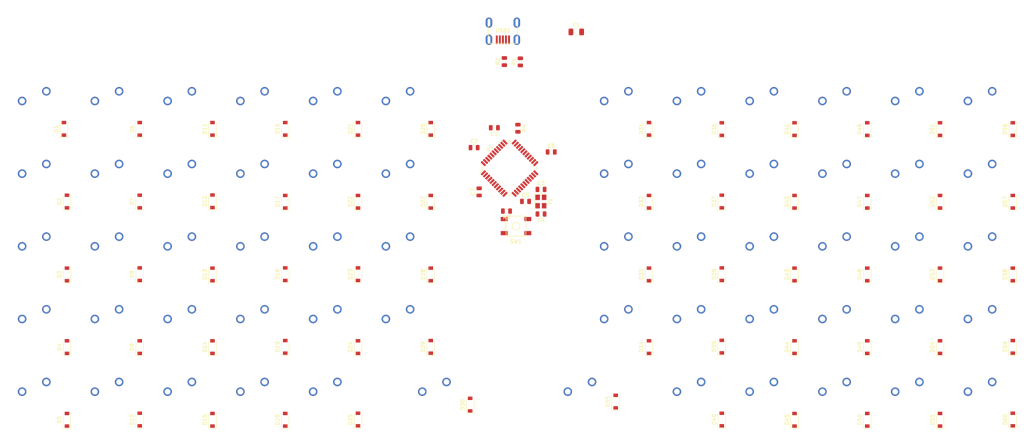
<source format=kicad_pcb>
(kicad_pcb (version 20171130) (host pcbnew "(5.1.5)-3")
  (layers (0 F.Cu signal) (31 B.Cu signal) (34 B.Paste user) (35 F.Paste user) (36 B.SilkS user) (37 F.SilkS user) (38 B.Mask user) (39 F.Mask user) (44 Edge.Cuts user))
  (net 0 "")
  (net 1 GND)
  (net 2 +5V)
  (net 3 "Net-(C3-Pad1)")
  (net 4 "Net-(C4-Pad1)")
  (net 5 "Net-(C7-Pad1)")
  (net 6 "Net-(D1-Pad2)")
  (net 7 Row0)
  (net 8 "Net-(D2-Pad2)")
  (net 9 Row1)
  (net 10 "Net-(D3-Pad2)")
  (net 11 Row2)
  (net 12 "Net-(D4-Pad2)")
  (net 13 Row3)
  (net 14 "Net-(D5-Pad2)")
  (net 15 Row5)
  (net 16 "Net-(D6-Pad2)")
  (net 17 "Net-(D7-Pad2)")
  (net 18 "Net-(D8-Pad2)")
  (net 19 "Net-(D9-Pad2)")
  (net 20 "Net-(D10-Pad2)")
  (net 21 "Net-(D11-Pad2)")
  (net 22 "Net-(D12-Pad2)")
  (net 23 "Net-(D13-Pad2)")
  (net 24 "Net-(D14-Pad2)")
  (net 25 "Net-(D15-Pad2)")
  (net 26 "Net-(D16-Pad2)")
  (net 27 "Net-(D17-Pad2)")
  (net 28 "Net-(D18-Pad2)")
  (net 29 "Net-(D19-Pad2)")
  (net 30 "Net-(D20-Pad2)")
  (net 31 "Net-(D21-Pad2)")
  (net 32 "Net-(D22-Pad2)")
  (net 33 "Net-(D23-Pad2)")
  (net 34 "Net-(D24-Pad2)")
  (net 35 "Net-(D25-Pad2)")
  (net 36 "Net-(D26-Pad2)")
  (net 37 "Net-(D27-Pad2)")
  (net 38 "Net-(D28-Pad2)")
  (net 39 "Net-(D29-Pad2)")
  (net 40 "Net-(D30-Pad2)")
  (net 41 "Net-(D31-Pad2)")
  (net 42 "Net-(D32-Pad2)")
  (net 43 "Net-(D33-Pad2)")
  (net 44 "Net-(D34-Pad2)")
  (net 45 "Net-(D35-Pad2)")
  (net 46 "Net-(D36-Pad2)")
  (net 47 "Net-(D37-Pad2)")
  (net 48 "Net-(D38-Pad2)")
  (net 49 "Net-(D39-Pad2)")
  (net 50 "Net-(D40-Pad2)")
  (net 51 "Net-(D41-Pad2)")
  (net 52 "Net-(D42-Pad2)")
  (net 53 "Net-(D43-Pad2)")
  (net 54 "Net-(D44-Pad2)")
  (net 55 "Net-(D45-Pad2)")
  (net 56 "Net-(D46-Pad2)")
  (net 57 "Net-(D47-Pad2)")
  (net 58 "Net-(D48-Pad2)")
  (net 59 "Net-(D49-Pad2)")
  (net 60 "Net-(D50-Pad2)")
  (net 61 "Net-(D51-Pad2)")
  (net 62 "Net-(D52-Pad2)")
  (net 63 "Net-(D53-Pad2)")
  (net 64 "Net-(D54-Pad2)")
  (net 65 "Net-(D55-Pad2)")
  (net 66 "Net-(D56-Pad2)")
  (net 67 "Net-(D57-Pad2)")
  (net 68 "Net-(D58-Pad2)")
  (net 69 "Net-(D59-Pad2)")
  (net 70 "Net-(D60-Pad2)")
  (net 71 VCC)
  (net 72 Col0)
  (net 73 Col1)
  (net 74 Col2)
  (net 75 Col3)
  (net 76 Col4)
  (net 77 Col5)
  (net 78 Col6)
  (net 79 Col7)
  (net 80 Col8)
  (net 81 Col9)
  (net 82 Col10)
  (net 83 Col11)
  (net 84 D-)
  (net 85 "Net-(R1-Pad1)")
  (net 86 D+)
  (net 87 "Net-(R2-Pad1)")
  (net 88 "Net-(R3-Pad2)")
  (net 89 "Net-(R4-Pad2)")
  (net 90 "Net-(U1-Pad42)")
  (net 91 "Net-(U1-Pad41)")
  (net 92 "Net-(U1-Pad40)")
  (net 93 "Net-(U1-Pad39)")
  (net 94 "Net-(U1-Pad38)")
  (net 95 "Net-(U1-Pad37)")
  (net 96 "Net-(U1-Pad36)")
  (net 97 "Net-(U1-Pad32)")
  (net 98 "Net-(U1-Pad31)")
  (net 99 "Net-(U1-Pad30)")
  (net 100 "Net-(U1-Pad29)")
  (net 101 "Net-(U1-Pad28)")
  (net 102 "Net-(U1-Pad27)")
  (net 103 "Net-(U1-Pad26)")
  (net 104 "Net-(U1-Pad25)")
  (net 105 "Net-(U1-Pad22)")
  (net 106 "Net-(U1-Pad21)")
  (net 107 "Net-(U1-Pad20)")
  (net 108 "Net-(U1-Pad19)")
  (net 109 "Net-(U1-Pad18)")
  (net 110 "Net-(U1-Pad12)")
  (net 111 "Net-(U1-Pad11)")
  (net 112 "Net-(U1-Pad10)")
  (net 113 "Net-(U1-Pad9)")
  (net 114 "Net-(U1-Pad8)")
  (net 115 "Net-(U1-Pad1)")
  (net 116 "Net-(USB1-Pad6)")
  (net 117 "Net-(USB1-Pad2)")
  (module MX_Only:MXOnly-2U-ReversedStabilizers-NoLED (layer F.Cu) (at 164.30625 154.78125)
    (fp_text reference MX35)
    (fp_text value MX-NoLED_2u)
    (pad 2 thru_hole circle (at 2.54 -5.08) (size 2.25 2.25) (drill 1.47) (layers *.Cu B.Mask) (net 45 "Net-(D35-Pad2)"))
    (pad "" np_thru_hole circle (at 0 0) (size 3.9878 3.9878) (drill 3.9878) (layers *.Cu *.Mask))
    (pad 1 thru_hole circle (at -3.81 -2.54) (size 2.25 2.25) (drill 1.47) (layers *.Cu B.Mask) (net 78 Col6))
    (pad "" np_thru_hole circle (at -5.08 0 48.0996) (size 1.75 1.75) (drill 1.75) (layers *.Cu *.Mask))
    (pad "" np_thru_hole circle (at 5.08 0 48.0996) (size 1.75 1.75) (drill 1.75) (layers *.Cu *.Mask))
    (pad "" np_thru_hole circle (at -11.90625 6.985) (size 3.048 3.048) (drill 3.048) (layers *.Cu *.Mask))
    (pad "" np_thru_hole circle (at 11.90625 6.985) (size 3.048 3.048) (drill 3.048) (layers *.Cu *.Mask))
    (pad "" np_thru_hole circle (at -11.90625 -8.255) (size 3.9878 3.9878) (drill 3.9878) (layers *.Cu *.Mask))
    (pad "" np_thru_hole circle (at 11.90625 -8.255) (size 3.9878 3.9878) (drill 3.9878) (layers *.Cu *.Mask))
  )
  (module MX_Only:MXOnly-1U-NoLED (layer F.Cu) (at 116.68125 78.58125)
    (fp_text reference MX26)
    (fp_text value MX-NoLED)
    (pad 2 thru_hole circle (at 2.54 -5.08) (size 2.25 2.25) (drill 1.47) (layers *.Cu B.Mask) (net 36 "Net-(D26-Pad2)"))
    (pad "" np_thru_hole circle (at 0 0) (size 3.9878 3.9878) (drill 3.9878) (layers *.Cu *.Mask))
    (pad 1 thru_hole circle (at -3.81 -2.54) (size 2.25 2.25) (drill 1.47) (layers *.Cu B.Mask) (net 77 Col5))
    (pad "" np_thru_hole circle (at -5.08 0 48.0996) (size 1.75 1.75) (drill 1.75) (layers *.Cu *.Mask))
    (pad "" np_thru_hole circle (at 5.08 0 48.0996) (size 1.75 1.75) (drill 1.75) (layers *.Cu *.Mask))
  )
  (module MX_Only:MXOnly-1U-NoLED (layer F.Cu) (at 269.08125 154.78125)
    (fp_text reference MX60)
    (fp_text value MX-NoLED)
    (pad 2 thru_hole circle (at 2.54 -5.08) (size 2.25 2.25) (drill 1.47) (layers *.Cu B.Mask) (net 70 "Net-(D60-Pad2)"))
    (pad "" np_thru_hole circle (at 0 0) (size 3.9878 3.9878) (drill 3.9878) (layers *.Cu *.Mask))
    (pad 1 thru_hole circle (at -3.81 -2.54) (size 2.25 2.25) (drill 1.47) (layers *.Cu B.Mask) (net 83 Col11))
    (pad "" np_thru_hole circle (at -5.08 0 48.0996) (size 1.75 1.75) (drill 1.75) (layers *.Cu *.Mask))
    (pad "" np_thru_hole circle (at 5.08 0 48.0996) (size 1.75 1.75) (drill 1.75) (layers *.Cu *.Mask))
  )
  (module MX_Only:MXOnly-1U-NoLED (layer F.Cu) (at 269.08125 135.73125)
    (fp_text reference MX59)
    (fp_text value MX-NoLED)
    (pad 2 thru_hole circle (at 2.54 -5.08) (size 2.25 2.25) (drill 1.47) (layers *.Cu B.Mask) (net 69 "Net-(D59-Pad2)"))
    (pad "" np_thru_hole circle (at 0 0) (size 3.9878 3.9878) (drill 3.9878) (layers *.Cu *.Mask))
    (pad 1 thru_hole circle (at -3.81 -2.54) (size 2.25 2.25) (drill 1.47) (layers *.Cu B.Mask) (net 83 Col11))
    (pad "" np_thru_hole circle (at -5.08 0 48.0996) (size 1.75 1.75) (drill 1.75) (layers *.Cu *.Mask))
    (pad "" np_thru_hole circle (at 5.08 0 48.0996) (size 1.75 1.75) (drill 1.75) (layers *.Cu *.Mask))
  )
  (module MX_Only:MXOnly-1U-NoLED (layer F.Cu) (at 269.08125 116.68125)
    (fp_text reference MX58)
    (fp_text value MX-NoLED)
    (pad 2 thru_hole circle (at 2.54 -5.08) (size 2.25 2.25) (drill 1.47) (layers *.Cu B.Mask) (net 68 "Net-(D58-Pad2)"))
    (pad "" np_thru_hole circle (at 0 0) (size 3.9878 3.9878) (drill 3.9878) (layers *.Cu *.Mask))
    (pad 1 thru_hole circle (at -3.81 -2.54) (size 2.25 2.25) (drill 1.47) (layers *.Cu B.Mask) (net 83 Col11))
    (pad "" np_thru_hole circle (at -5.08 0 48.0996) (size 1.75 1.75) (drill 1.75) (layers *.Cu *.Mask))
    (pad "" np_thru_hole circle (at 5.08 0 48.0996) (size 1.75 1.75) (drill 1.75) (layers *.Cu *.Mask))
  )
  (module MX_Only:MXOnly-1U-NoLED (layer F.Cu) (at 269.08125 97.63125)
    (fp_text reference MX57)
    (fp_text value MX-NoLED)
    (pad 2 thru_hole circle (at 2.54 -5.08) (size 2.25 2.25) (drill 1.47) (layers *.Cu B.Mask) (net 67 "Net-(D57-Pad2)"))
    (pad "" np_thru_hole circle (at 0 0) (size 3.9878 3.9878) (drill 3.9878) (layers *.Cu *.Mask))
    (pad 1 thru_hole circle (at -3.81 -2.54) (size 2.25 2.25) (drill 1.47) (layers *.Cu B.Mask) (net 83 Col11))
    (pad "" np_thru_hole circle (at -5.08 0 48.0996) (size 1.75 1.75) (drill 1.75) (layers *.Cu *.Mask))
    (pad "" np_thru_hole circle (at 5.08 0 48.0996) (size 1.75 1.75) (drill 1.75) (layers *.Cu *.Mask))
  )
  (module MX_Only:MXOnly-1U-NoLED (layer F.Cu) (at 269.08125 78.58125)
    (fp_text reference MX56)
    (fp_text value MX-NoLED)
    (pad 2 thru_hole circle (at 2.54 -5.08) (size 2.25 2.25) (drill 1.47) (layers *.Cu B.Mask) (net 66 "Net-(D56-Pad2)"))
    (pad "" np_thru_hole circle (at 0 0) (size 3.9878 3.9878) (drill 3.9878) (layers *.Cu *.Mask))
    (pad 1 thru_hole circle (at -3.81 -2.54) (size 2.25 2.25) (drill 1.47) (layers *.Cu B.Mask) (net 83 Col11))
    (pad "" np_thru_hole circle (at -5.08 0 48.0996) (size 1.75 1.75) (drill 1.75) (layers *.Cu *.Mask))
    (pad "" np_thru_hole circle (at 5.08 0 48.0996) (size 1.75 1.75) (drill 1.75) (layers *.Cu *.Mask))
  )
  (module MX_Only:MXOnly-1U-NoLED (layer F.Cu) (at 250.03125 154.78125)
    (fp_text reference MX55)
    (fp_text value MX-NoLED)
    (pad 2 thru_hole circle (at 2.54 -5.08) (size 2.25 2.25) (drill 1.47) (layers *.Cu B.Mask) (net 65 "Net-(D55-Pad2)"))
    (pad "" np_thru_hole circle (at 0 0) (size 3.9878 3.9878) (drill 3.9878) (layers *.Cu *.Mask))
    (pad 1 thru_hole circle (at -3.81 -2.54) (size 2.25 2.25) (drill 1.47) (layers *.Cu B.Mask) (net 82 Col10))
    (pad "" np_thru_hole circle (at -5.08 0 48.0996) (size 1.75 1.75) (drill 1.75) (layers *.Cu *.Mask))
    (pad "" np_thru_hole circle (at 5.08 0 48.0996) (size 1.75 1.75) (drill 1.75) (layers *.Cu *.Mask))
  )
  (module MX_Only:MXOnly-1U-NoLED (layer F.Cu) (at 250.03125 135.73125)
    (fp_text reference MX54)
    (fp_text value MX-NoLED)
    (pad 2 thru_hole circle (at 2.54 -5.08) (size 2.25 2.25) (drill 1.47) (layers *.Cu B.Mask) (net 64 "Net-(D54-Pad2)"))
    (pad "" np_thru_hole circle (at 0 0) (size 3.9878 3.9878) (drill 3.9878) (layers *.Cu *.Mask))
    (pad 1 thru_hole circle (at -3.81 -2.54) (size 2.25 2.25) (drill 1.47) (layers *.Cu B.Mask) (net 82 Col10))
    (pad "" np_thru_hole circle (at -5.08 0 48.0996) (size 1.75 1.75) (drill 1.75) (layers *.Cu *.Mask))
    (pad "" np_thru_hole circle (at 5.08 0 48.0996) (size 1.75 1.75) (drill 1.75) (layers *.Cu *.Mask))
  )
  (module MX_Only:MXOnly-1U-NoLED (layer F.Cu) (at 250.03125 116.68125)
    (fp_text reference MX53)
    (fp_text value MX-NoLED)
    (pad 2 thru_hole circle (at 2.54 -5.08) (size 2.25 2.25) (drill 1.47) (layers *.Cu B.Mask) (net 63 "Net-(D53-Pad2)"))
    (pad "" np_thru_hole circle (at 0 0) (size 3.9878 3.9878) (drill 3.9878) (layers *.Cu *.Mask))
    (pad 1 thru_hole circle (at -3.81 -2.54) (size 2.25 2.25) (drill 1.47) (layers *.Cu B.Mask) (net 82 Col10))
    (pad "" np_thru_hole circle (at -5.08 0 48.0996) (size 1.75 1.75) (drill 1.75) (layers *.Cu *.Mask))
    (pad "" np_thru_hole circle (at 5.08 0 48.0996) (size 1.75 1.75) (drill 1.75) (layers *.Cu *.Mask))
  )
  (module MX_Only:MXOnly-1U-NoLED (layer F.Cu) (at 250.03125 97.63125)
    (fp_text reference MX52)
    (fp_text value MX-NoLED)
    (pad 2 thru_hole circle (at 2.54 -5.08) (size 2.25 2.25) (drill 1.47) (layers *.Cu B.Mask) (net 62 "Net-(D52-Pad2)"))
    (pad "" np_thru_hole circle (at 0 0) (size 3.9878 3.9878) (drill 3.9878) (layers *.Cu *.Mask))
    (pad 1 thru_hole circle (at -3.81 -2.54) (size 2.25 2.25) (drill 1.47) (layers *.Cu B.Mask) (net 82 Col10))
    (pad "" np_thru_hole circle (at -5.08 0 48.0996) (size 1.75 1.75) (drill 1.75) (layers *.Cu *.Mask))
    (pad "" np_thru_hole circle (at 5.08 0 48.0996) (size 1.75 1.75) (drill 1.75) (layers *.Cu *.Mask))
  )
  (module MX_Only:MXOnly-1U-NoLED (layer F.Cu) (at 250.03125 78.58125)
    (fp_text reference MX51)
    (fp_text value MX-NoLED)
    (pad 2 thru_hole circle (at 2.54 -5.08) (size 2.25 2.25) (drill 1.47) (layers *.Cu B.Mask) (net 61 "Net-(D51-Pad2)"))
    (pad "" np_thru_hole circle (at 0 0) (size 3.9878 3.9878) (drill 3.9878) (layers *.Cu *.Mask))
    (pad 1 thru_hole circle (at -3.81 -2.54) (size 2.25 2.25) (drill 1.47) (layers *.Cu B.Mask) (net 82 Col10))
    (pad "" np_thru_hole circle (at -5.08 0 48.0996) (size 1.75 1.75) (drill 1.75) (layers *.Cu *.Mask))
    (pad "" np_thru_hole circle (at 5.08 0 48.0996) (size 1.75 1.75) (drill 1.75) (layers *.Cu *.Mask))
  )
  (module MX_Only:MXOnly-1U-NoLED (layer F.Cu) (at 230.98125 154.78125)
    (fp_text reference MX50)
    (fp_text value MX-NoLED)
    (pad 2 thru_hole circle (at 2.54 -5.08) (size 2.25 2.25) (drill 1.47) (layers *.Cu B.Mask) (net 60 "Net-(D50-Pad2)"))
    (pad "" np_thru_hole circle (at 0 0) (size 3.9878 3.9878) (drill 3.9878) (layers *.Cu *.Mask))
    (pad 1 thru_hole circle (at -3.81 -2.54) (size 2.25 2.25) (drill 1.47) (layers *.Cu B.Mask) (net 81 Col9))
    (pad "" np_thru_hole circle (at -5.08 0 48.0996) (size 1.75 1.75) (drill 1.75) (layers *.Cu *.Mask))
    (pad "" np_thru_hole circle (at 5.08 0 48.0996) (size 1.75 1.75) (drill 1.75) (layers *.Cu *.Mask))
  )
  (module MX_Only:MXOnly-1U-NoLED (layer F.Cu) (at 230.98125 135.73125)
    (fp_text reference MX49)
    (fp_text value MX-NoLED)
    (pad 2 thru_hole circle (at 2.54 -5.08) (size 2.25 2.25) (drill 1.47) (layers *.Cu B.Mask) (net 59 "Net-(D49-Pad2)"))
    (pad "" np_thru_hole circle (at 0 0) (size 3.9878 3.9878) (drill 3.9878) (layers *.Cu *.Mask))
    (pad 1 thru_hole circle (at -3.81 -2.54) (size 2.25 2.25) (drill 1.47) (layers *.Cu B.Mask) (net 81 Col9))
    (pad "" np_thru_hole circle (at -5.08 0 48.0996) (size 1.75 1.75) (drill 1.75) (layers *.Cu *.Mask))
    (pad "" np_thru_hole circle (at 5.08 0 48.0996) (size 1.75 1.75) (drill 1.75) (layers *.Cu *.Mask))
  )
  (module MX_Only:MXOnly-1U-NoLED (layer F.Cu) (at 230.98125 116.68125)
    (fp_text reference MX48)
    (fp_text value MX-NoLED)
    (pad 2 thru_hole circle (at 2.54 -5.08) (size 2.25 2.25) (drill 1.47) (layers *.Cu B.Mask) (net 58 "Net-(D48-Pad2)"))
    (pad "" np_thru_hole circle (at 0 0) (size 3.9878 3.9878) (drill 3.9878) (layers *.Cu *.Mask))
    (pad 1 thru_hole circle (at -3.81 -2.54) (size 2.25 2.25) (drill 1.47) (layers *.Cu B.Mask) (net 81 Col9))
    (pad "" np_thru_hole circle (at -5.08 0 48.0996) (size 1.75 1.75) (drill 1.75) (layers *.Cu *.Mask))
    (pad "" np_thru_hole circle (at 5.08 0 48.0996) (size 1.75 1.75) (drill 1.75) (layers *.Cu *.Mask))
  )
  (module MX_Only:MXOnly-1U-NoLED (layer F.Cu) (at 230.98125 97.63125)
    (fp_text reference MX47)
    (fp_text value MX-NoLED)
    (pad 2 thru_hole circle (at 2.54 -5.08) (size 2.25 2.25) (drill 1.47) (layers *.Cu B.Mask) (net 57 "Net-(D47-Pad2)"))
    (pad "" np_thru_hole circle (at 0 0) (size 3.9878 3.9878) (drill 3.9878) (layers *.Cu *.Mask))
    (pad 1 thru_hole circle (at -3.81 -2.54) (size 2.25 2.25) (drill 1.47) (layers *.Cu B.Mask) (net 81 Col9))
    (pad "" np_thru_hole circle (at -5.08 0 48.0996) (size 1.75 1.75) (drill 1.75) (layers *.Cu *.Mask))
    (pad "" np_thru_hole circle (at 5.08 0 48.0996) (size 1.75 1.75) (drill 1.75) (layers *.Cu *.Mask))
  )
  (module MX_Only:MXOnly-1U-NoLED (layer F.Cu) (at 230.98125 78.58125)
    (fp_text reference MX46)
    (fp_text value MX-NoLED)
    (pad 2 thru_hole circle (at 2.54 -5.08) (size 2.25 2.25) (drill 1.47) (layers *.Cu B.Mask) (net 56 "Net-(D46-Pad2)"))
    (pad "" np_thru_hole circle (at 0 0) (size 3.9878 3.9878) (drill 3.9878) (layers *.Cu *.Mask))
    (pad 1 thru_hole circle (at -3.81 -2.54) (size 2.25 2.25) (drill 1.47) (layers *.Cu B.Mask) (net 81 Col9))
    (pad "" np_thru_hole circle (at -5.08 0 48.0996) (size 1.75 1.75) (drill 1.75) (layers *.Cu *.Mask))
    (pad "" np_thru_hole circle (at 5.08 0 48.0996) (size 1.75 1.75) (drill 1.75) (layers *.Cu *.Mask))
  )
  (module MX_Only:MXOnly-1U-NoLED (layer F.Cu) (at 211.93125 154.78125)
    (fp_text reference MX45)
    (fp_text value MX-NoLED)
    (pad 2 thru_hole circle (at 2.54 -5.08) (size 2.25 2.25) (drill 1.47) (layers *.Cu B.Mask) (net 55 "Net-(D45-Pad2)"))
    (pad "" np_thru_hole circle (at 0 0) (size 3.9878 3.9878) (drill 3.9878) (layers *.Cu *.Mask))
    (pad 1 thru_hole circle (at -3.81 -2.54) (size 2.25 2.25) (drill 1.47) (layers *.Cu B.Mask) (net 80 Col8))
    (pad "" np_thru_hole circle (at -5.08 0 48.0996) (size 1.75 1.75) (drill 1.75) (layers *.Cu *.Mask))
    (pad "" np_thru_hole circle (at 5.08 0 48.0996) (size 1.75 1.75) (drill 1.75) (layers *.Cu *.Mask))
  )
  (module MX_Only:MXOnly-1U-NoLED (layer F.Cu) (at 211.93125 135.73125)
    (fp_text reference MX44)
    (fp_text value MX-NoLED)
    (pad 2 thru_hole circle (at 2.54 -5.08) (size 2.25 2.25) (drill 1.47) (layers *.Cu B.Mask) (net 54 "Net-(D44-Pad2)"))
    (pad "" np_thru_hole circle (at 0 0) (size 3.9878 3.9878) (drill 3.9878) (layers *.Cu *.Mask))
    (pad 1 thru_hole circle (at -3.81 -2.54) (size 2.25 2.25) (drill 1.47) (layers *.Cu B.Mask) (net 80 Col8))
    (pad "" np_thru_hole circle (at -5.08 0 48.0996) (size 1.75 1.75) (drill 1.75) (layers *.Cu *.Mask))
    (pad "" np_thru_hole circle (at 5.08 0 48.0996) (size 1.75 1.75) (drill 1.75) (layers *.Cu *.Mask))
  )
  (module MX_Only:MXOnly-1U-NoLED (layer F.Cu) (at 211.93125 116.68125)
    (fp_text reference MX43)
    (fp_text value MX-NoLED)
    (pad 2 thru_hole circle (at 2.54 -5.08) (size 2.25 2.25) (drill 1.47) (layers *.Cu B.Mask) (net 53 "Net-(D43-Pad2)"))
    (pad "" np_thru_hole circle (at 0 0) (size 3.9878 3.9878) (drill 3.9878) (layers *.Cu *.Mask))
    (pad 1 thru_hole circle (at -3.81 -2.54) (size 2.25 2.25) (drill 1.47) (layers *.Cu B.Mask) (net 80 Col8))
    (pad "" np_thru_hole circle (at -5.08 0 48.0996) (size 1.75 1.75) (drill 1.75) (layers *.Cu *.Mask))
    (pad "" np_thru_hole circle (at 5.08 0 48.0996) (size 1.75 1.75) (drill 1.75) (layers *.Cu *.Mask))
  )
  (module MX_Only:MXOnly-1U-NoLED (layer F.Cu) (at 211.93125 97.63125)
    (fp_text reference MX42)
    (fp_text value MX-NoLED)
    (pad 2 thru_hole circle (at 2.54 -5.08) (size 2.25 2.25) (drill 1.47) (layers *.Cu B.Mask) (net 52 "Net-(D42-Pad2)"))
    (pad "" np_thru_hole circle (at 0 0) (size 3.9878 3.9878) (drill 3.9878) (layers *.Cu *.Mask))
    (pad 1 thru_hole circle (at -3.81 -2.54) (size 2.25 2.25) (drill 1.47) (layers *.Cu B.Mask) (net 80 Col8))
    (pad "" np_thru_hole circle (at -5.08 0 48.0996) (size 1.75 1.75) (drill 1.75) (layers *.Cu *.Mask))
    (pad "" np_thru_hole circle (at 5.08 0 48.0996) (size 1.75 1.75) (drill 1.75) (layers *.Cu *.Mask))
  )
  (module MX_Only:MXOnly-1U-NoLED (layer F.Cu) (at 211.93125 78.58125)
    (fp_text reference MX41)
    (fp_text value MX-NoLED)
    (pad 2 thru_hole circle (at 2.54 -5.08) (size 2.25 2.25) (drill 1.47) (layers *.Cu B.Mask) (net 51 "Net-(D41-Pad2)"))
    (pad "" np_thru_hole circle (at 0 0) (size 3.9878 3.9878) (drill 3.9878) (layers *.Cu *.Mask))
    (pad 1 thru_hole circle (at -3.81 -2.54) (size 2.25 2.25) (drill 1.47) (layers *.Cu B.Mask) (net 80 Col8))
    (pad "" np_thru_hole circle (at -5.08 0 48.0996) (size 1.75 1.75) (drill 1.75) (layers *.Cu *.Mask))
    (pad "" np_thru_hole circle (at 5.08 0 48.0996) (size 1.75 1.75) (drill 1.75) (layers *.Cu *.Mask))
  )
  (module MX_Only:MXOnly-1U-NoLED (layer F.Cu) (at 192.88125 154.78125)
    (fp_text reference MX40)
    (fp_text value MX-NoLED)
    (pad 2 thru_hole circle (at 2.54 -5.08) (size 2.25 2.25) (drill 1.47) (layers *.Cu B.Mask) (net 50 "Net-(D40-Pad2)"))
    (pad "" np_thru_hole circle (at 0 0) (size 3.9878 3.9878) (drill 3.9878) (layers *.Cu *.Mask))
    (pad 1 thru_hole circle (at -3.81 -2.54) (size 2.25 2.25) (drill 1.47) (layers *.Cu B.Mask) (net 79 Col7))
    (pad "" np_thru_hole circle (at -5.08 0 48.0996) (size 1.75 1.75) (drill 1.75) (layers *.Cu *.Mask))
    (pad "" np_thru_hole circle (at 5.08 0 48.0996) (size 1.75 1.75) (drill 1.75) (layers *.Cu *.Mask))
  )
  (module MX_Only:MXOnly-1U-NoLED (layer F.Cu) (at 192.88125 135.73125)
    (fp_text reference MX39)
    (fp_text value MX-NoLED)
    (pad 2 thru_hole circle (at 2.54 -5.08) (size 2.25 2.25) (drill 1.47) (layers *.Cu B.Mask) (net 49 "Net-(D39-Pad2)"))
    (pad "" np_thru_hole circle (at 0 0) (size 3.9878 3.9878) (drill 3.9878) (layers *.Cu *.Mask))
    (pad 1 thru_hole circle (at -3.81 -2.54) (size 2.25 2.25) (drill 1.47) (layers *.Cu B.Mask) (net 79 Col7))
    (pad "" np_thru_hole circle (at -5.08 0 48.0996) (size 1.75 1.75) (drill 1.75) (layers *.Cu *.Mask))
    (pad "" np_thru_hole circle (at 5.08 0 48.0996) (size 1.75 1.75) (drill 1.75) (layers *.Cu *.Mask))
  )
  (module MX_Only:MXOnly-1U-NoLED (layer F.Cu) (at 192.88125 116.68125)
    (fp_text reference MX38)
    (fp_text value MX-NoLED)
    (pad 2 thru_hole circle (at 2.54 -5.08) (size 2.25 2.25) (drill 1.47) (layers *.Cu B.Mask) (net 48 "Net-(D38-Pad2)"))
    (pad "" np_thru_hole circle (at 0 0) (size 3.9878 3.9878) (drill 3.9878) (layers *.Cu *.Mask))
    (pad 1 thru_hole circle (at -3.81 -2.54) (size 2.25 2.25) (drill 1.47) (layers *.Cu B.Mask) (net 79 Col7))
    (pad "" np_thru_hole circle (at -5.08 0 48.0996) (size 1.75 1.75) (drill 1.75) (layers *.Cu *.Mask))
    (pad "" np_thru_hole circle (at 5.08 0 48.0996) (size 1.75 1.75) (drill 1.75) (layers *.Cu *.Mask))
  )
  (module MX_Only:MXOnly-1U-NoLED (layer F.Cu) (at 192.88125 97.63125)
    (fp_text reference MX37)
    (fp_text value MX-NoLED)
    (pad 2 thru_hole circle (at 2.54 -5.08) (size 2.25 2.25) (drill 1.47) (layers *.Cu B.Mask) (net 47 "Net-(D37-Pad2)"))
    (pad "" np_thru_hole circle (at 0 0) (size 3.9878 3.9878) (drill 3.9878) (layers *.Cu *.Mask))
    (pad 1 thru_hole circle (at -3.81 -2.54) (size 2.25 2.25) (drill 1.47) (layers *.Cu B.Mask) (net 79 Col7))
    (pad "" np_thru_hole circle (at -5.08 0 48.0996) (size 1.75 1.75) (drill 1.75) (layers *.Cu *.Mask))
    (pad "" np_thru_hole circle (at 5.08 0 48.0996) (size 1.75 1.75) (drill 1.75) (layers *.Cu *.Mask))
  )
  (module MX_Only:MXOnly-1U-NoLED (layer F.Cu) (at 192.88125 78.58125)
    (fp_text reference MX36)
    (fp_text value MX-NoLED)
    (pad 2 thru_hole circle (at 2.54 -5.08) (size 2.25 2.25) (drill 1.47) (layers *.Cu B.Mask) (net 46 "Net-(D36-Pad2)"))
    (pad "" np_thru_hole circle (at 0 0) (size 3.9878 3.9878) (drill 3.9878) (layers *.Cu *.Mask))
    (pad 1 thru_hole circle (at -3.81 -2.54) (size 2.25 2.25) (drill 1.47) (layers *.Cu B.Mask) (net 79 Col7))
    (pad "" np_thru_hole circle (at -5.08 0 48.0996) (size 1.75 1.75) (drill 1.75) (layers *.Cu *.Mask))
    (pad "" np_thru_hole circle (at 5.08 0 48.0996) (size 1.75 1.75) (drill 1.75) (layers *.Cu *.Mask))
  )
  (module MX_Only:MXOnly-1U-NoLED (layer F.Cu) (at 173.83125 135.73125)
    (fp_text reference MX34)
    (fp_text value MX-NoLED)
    (pad 2 thru_hole circle (at 2.54 -5.08) (size 2.25 2.25) (drill 1.47) (layers *.Cu B.Mask) (net 44 "Net-(D34-Pad2)"))
    (pad "" np_thru_hole circle (at 0 0) (size 3.9878 3.9878) (drill 3.9878) (layers *.Cu *.Mask))
    (pad 1 thru_hole circle (at -3.81 -2.54) (size 2.25 2.25) (drill 1.47) (layers *.Cu B.Mask) (net 78 Col6))
    (pad "" np_thru_hole circle (at -5.08 0 48.0996) (size 1.75 1.75) (drill 1.75) (layers *.Cu *.Mask))
    (pad "" np_thru_hole circle (at 5.08 0 48.0996) (size 1.75 1.75) (drill 1.75) (layers *.Cu *.Mask))
  )
  (module MX_Only:MXOnly-1U-NoLED (layer F.Cu) (at 173.83125 116.68125)
    (fp_text reference MX33)
    (fp_text value MX-NoLED)
    (pad 2 thru_hole circle (at 2.54 -5.08) (size 2.25 2.25) (drill 1.47) (layers *.Cu B.Mask) (net 43 "Net-(D33-Pad2)"))
    (pad "" np_thru_hole circle (at 0 0) (size 3.9878 3.9878) (drill 3.9878) (layers *.Cu *.Mask))
    (pad 1 thru_hole circle (at -3.81 -2.54) (size 2.25 2.25) (drill 1.47) (layers *.Cu B.Mask) (net 78 Col6))
    (pad "" np_thru_hole circle (at -5.08 0 48.0996) (size 1.75 1.75) (drill 1.75) (layers *.Cu *.Mask))
    (pad "" np_thru_hole circle (at 5.08 0 48.0996) (size 1.75 1.75) (drill 1.75) (layers *.Cu *.Mask))
  )
  (module MX_Only:MXOnly-1U-NoLED (layer F.Cu) (at 173.83125 97.63125)
    (fp_text reference MX32)
    (fp_text value MX-NoLED)
    (pad 2 thru_hole circle (at 2.54 -5.08) (size 2.25 2.25) (drill 1.47) (layers *.Cu B.Mask) (net 42 "Net-(D32-Pad2)"))
    (pad "" np_thru_hole circle (at 0 0) (size 3.9878 3.9878) (drill 3.9878) (layers *.Cu *.Mask))
    (pad 1 thru_hole circle (at -3.81 -2.54) (size 2.25 2.25) (drill 1.47) (layers *.Cu B.Mask) (net 78 Col6))
    (pad "" np_thru_hole circle (at -5.08 0 48.0996) (size 1.75 1.75) (drill 1.75) (layers *.Cu *.Mask))
    (pad "" np_thru_hole circle (at 5.08 0 48.0996) (size 1.75 1.75) (drill 1.75) (layers *.Cu *.Mask))
  )
  (module MX_Only:MXOnly-1U-NoLED (layer F.Cu) (at 173.83125 78.58125)
    (fp_text reference MX31)
    (fp_text value MX-NoLED)
    (pad 2 thru_hole circle (at 2.54 -5.08) (size 2.25 2.25) (drill 1.47) (layers *.Cu B.Mask) (net 41 "Net-(D31-Pad2)"))
    (pad "" np_thru_hole circle (at 0 0) (size 3.9878 3.9878) (drill 3.9878) (layers *.Cu *.Mask))
    (pad 1 thru_hole circle (at -3.81 -2.54) (size 2.25 2.25) (drill 1.47) (layers *.Cu B.Mask) (net 78 Col6))
    (pad "" np_thru_hole circle (at -5.08 0 48.0996) (size 1.75 1.75) (drill 1.75) (layers *.Cu *.Mask))
    (pad "" np_thru_hole circle (at 5.08 0 48.0996) (size 1.75 1.75) (drill 1.75) (layers *.Cu *.Mask))
  )
  (module MX_Only:MXOnly-1U-NoLED (layer F.Cu) (at 116.68125 135.73125)
    (fp_text reference MX29)
    (fp_text value MX-NoLED)
    (pad 2 thru_hole circle (at 2.54 -5.08) (size 2.25 2.25) (drill 1.47) (layers *.Cu B.Mask) (net 39 "Net-(D29-Pad2)"))
    (pad "" np_thru_hole circle (at 0 0) (size 3.9878 3.9878) (drill 3.9878) (layers *.Cu *.Mask))
    (pad 1 thru_hole circle (at -3.81 -2.54) (size 2.25 2.25) (drill 1.47) (layers *.Cu B.Mask) (net 77 Col5))
    (pad "" np_thru_hole circle (at -5.08 0 48.0996) (size 1.75 1.75) (drill 1.75) (layers *.Cu *.Mask))
    (pad "" np_thru_hole circle (at 5.08 0 48.0996) (size 1.75 1.75) (drill 1.75) (layers *.Cu *.Mask))
  )
  (module MX_Only:MXOnly-1U-NoLED (layer F.Cu) (at 116.68125 116.68125)
    (fp_text reference MX28)
    (fp_text value MX-NoLED)
    (pad 2 thru_hole circle (at 2.54 -5.08) (size 2.25 2.25) (drill 1.47) (layers *.Cu B.Mask) (net 38 "Net-(D28-Pad2)"))
    (pad "" np_thru_hole circle (at 0 0) (size 3.9878 3.9878) (drill 3.9878) (layers *.Cu *.Mask))
    (pad 1 thru_hole circle (at -3.81 -2.54) (size 2.25 2.25) (drill 1.47) (layers *.Cu B.Mask) (net 77 Col5))
    (pad "" np_thru_hole circle (at -5.08 0 48.0996) (size 1.75 1.75) (drill 1.75) (layers *.Cu *.Mask))
    (pad "" np_thru_hole circle (at 5.08 0 48.0996) (size 1.75 1.75) (drill 1.75) (layers *.Cu *.Mask))
  )
  (module MX_Only:MXOnly-1U-NoLED (layer F.Cu) (at 116.68125 97.63125)
    (fp_text reference MX27)
    (fp_text value MX-NoLED)
    (pad 2 thru_hole circle (at 2.54 -5.08) (size 2.25 2.25) (drill 1.47) (layers *.Cu B.Mask) (net 37 "Net-(D27-Pad2)"))
    (pad "" np_thru_hole circle (at 0 0) (size 3.9878 3.9878) (drill 3.9878) (layers *.Cu *.Mask))
    (pad 1 thru_hole circle (at -3.81 -2.54) (size 2.25 2.25) (drill 1.47) (layers *.Cu B.Mask) (net 77 Col5))
    (pad "" np_thru_hole circle (at -5.08 0 48.0996) (size 1.75 1.75) (drill 1.75) (layers *.Cu *.Mask))
    (pad "" np_thru_hole circle (at 5.08 0 48.0996) (size 1.75 1.75) (drill 1.75) (layers *.Cu *.Mask))
  )
  (module MX_Only:MXOnly-1U-NoLED (layer F.Cu) (at 97.63125 154.78125)
    (fp_text reference MX25)
    (fp_text value MX-NoLED)
    (pad 2 thru_hole circle (at 2.54 -5.08) (size 2.25 2.25) (drill 1.47) (layers *.Cu B.Mask) (net 35 "Net-(D25-Pad2)"))
    (pad "" np_thru_hole circle (at 0 0) (size 3.9878 3.9878) (drill 3.9878) (layers *.Cu *.Mask))
    (pad 1 thru_hole circle (at -3.81 -2.54) (size 2.25 2.25) (drill 1.47) (layers *.Cu B.Mask) (net 76 Col4))
    (pad "" np_thru_hole circle (at -5.08 0 48.0996) (size 1.75 1.75) (drill 1.75) (layers *.Cu *.Mask))
    (pad "" np_thru_hole circle (at 5.08 0 48.0996) (size 1.75 1.75) (drill 1.75) (layers *.Cu *.Mask))
  )
  (module MX_Only:MXOnly-1U-NoLED (layer F.Cu) (at 97.63125 135.73125)
    (fp_text reference MX24)
    (fp_text value MX-NoLED)
    (pad 2 thru_hole circle (at 2.54 -5.08) (size 2.25 2.25) (drill 1.47) (layers *.Cu B.Mask) (net 34 "Net-(D24-Pad2)"))
    (pad "" np_thru_hole circle (at 0 0) (size 3.9878 3.9878) (drill 3.9878) (layers *.Cu *.Mask))
    (pad 1 thru_hole circle (at -3.81 -2.54) (size 2.25 2.25) (drill 1.47) (layers *.Cu B.Mask) (net 76 Col4))
    (pad "" np_thru_hole circle (at -5.08 0 48.0996) (size 1.75 1.75) (drill 1.75) (layers *.Cu *.Mask))
    (pad "" np_thru_hole circle (at 5.08 0 48.0996) (size 1.75 1.75) (drill 1.75) (layers *.Cu *.Mask))
  )
  (module MX_Only:MXOnly-1U-NoLED (layer F.Cu) (at 97.63125 116.68125)
    (fp_text reference MX23)
    (fp_text value MX-NoLED)
    (pad 2 thru_hole circle (at 2.54 -5.08) (size 2.25 2.25) (drill 1.47) (layers *.Cu B.Mask) (net 33 "Net-(D23-Pad2)"))
    (pad "" np_thru_hole circle (at 0 0) (size 3.9878 3.9878) (drill 3.9878) (layers *.Cu *.Mask))
    (pad 1 thru_hole circle (at -3.81 -2.54) (size 2.25 2.25) (drill 1.47) (layers *.Cu B.Mask) (net 76 Col4))
    (pad "" np_thru_hole circle (at -5.08 0 48.0996) (size 1.75 1.75) (drill 1.75) (layers *.Cu *.Mask))
    (pad "" np_thru_hole circle (at 5.08 0 48.0996) (size 1.75 1.75) (drill 1.75) (layers *.Cu *.Mask))
  )
  (module MX_Only:MXOnly-1U-NoLED (layer F.Cu) (at 97.63125 97.63125)
    (fp_text reference MX22)
    (fp_text value MX-NoLED)
    (pad 2 thru_hole circle (at 2.54 -5.08) (size 2.25 2.25) (drill 1.47) (layers *.Cu B.Mask) (net 32 "Net-(D22-Pad2)"))
    (pad "" np_thru_hole circle (at 0 0) (size 3.9878 3.9878) (drill 3.9878) (layers *.Cu *.Mask))
    (pad 1 thru_hole circle (at -3.81 -2.54) (size 2.25 2.25) (drill 1.47) (layers *.Cu B.Mask) (net 76 Col4))
    (pad "" np_thru_hole circle (at -5.08 0 48.0996) (size 1.75 1.75) (drill 1.75) (layers *.Cu *.Mask))
    (pad "" np_thru_hole circle (at 5.08 0 48.0996) (size 1.75 1.75) (drill 1.75) (layers *.Cu *.Mask))
  )
  (module MX_Only:MXOnly-1U-NoLED (layer F.Cu) (at 97.63125 78.58125)
    (fp_text reference MX21)
    (fp_text value MX-NoLED)
    (pad 2 thru_hole circle (at 2.54 -5.08) (size 2.25 2.25) (drill 1.47) (layers *.Cu B.Mask) (net 31 "Net-(D21-Pad2)"))
    (pad "" np_thru_hole circle (at 0 0) (size 3.9878 3.9878) (drill 3.9878) (layers *.Cu *.Mask))
    (pad 1 thru_hole circle (at -3.81 -2.54) (size 2.25 2.25) (drill 1.47) (layers *.Cu B.Mask) (net 76 Col4))
    (pad "" np_thru_hole circle (at -5.08 0 48.0996) (size 1.75 1.75) (drill 1.75) (layers *.Cu *.Mask))
    (pad "" np_thru_hole circle (at 5.08 0 48.0996) (size 1.75 1.75) (drill 1.75) (layers *.Cu *.Mask))
  )
  (module MX_Only:MXOnly-1U-NoLED (layer F.Cu) (at 78.58125 154.78125)
    (fp_text reference MX20)
    (fp_text value MX-NoLED)
    (pad 2 thru_hole circle (at 2.54 -5.08) (size 2.25 2.25) (drill 1.47) (layers *.Cu B.Mask) (net 30 "Net-(D20-Pad2)"))
    (pad "" np_thru_hole circle (at 0 0) (size 3.9878 3.9878) (drill 3.9878) (layers *.Cu *.Mask))
    (pad 1 thru_hole circle (at -3.81 -2.54) (size 2.25 2.25) (drill 1.47) (layers *.Cu B.Mask) (net 75 Col3))
    (pad "" np_thru_hole circle (at -5.08 0 48.0996) (size 1.75 1.75) (drill 1.75) (layers *.Cu *.Mask))
    (pad "" np_thru_hole circle (at 5.08 0 48.0996) (size 1.75 1.75) (drill 1.75) (layers *.Cu *.Mask))
  )
  (module MX_Only:MXOnly-1U-NoLED (layer F.Cu) (at 78.58125 135.73125)
    (fp_text reference MX19)
    (fp_text value MX-NoLED)
    (pad 2 thru_hole circle (at 2.54 -5.08) (size 2.25 2.25) (drill 1.47) (layers *.Cu B.Mask) (net 29 "Net-(D19-Pad2)"))
    (pad "" np_thru_hole circle (at 0 0) (size 3.9878 3.9878) (drill 3.9878) (layers *.Cu *.Mask))
    (pad 1 thru_hole circle (at -3.81 -2.54) (size 2.25 2.25) (drill 1.47) (layers *.Cu B.Mask) (net 75 Col3))
    (pad "" np_thru_hole circle (at -5.08 0 48.0996) (size 1.75 1.75) (drill 1.75) (layers *.Cu *.Mask))
    (pad "" np_thru_hole circle (at 5.08 0 48.0996) (size 1.75 1.75) (drill 1.75) (layers *.Cu *.Mask))
  )
  (module MX_Only:MXOnly-1U-NoLED (layer F.Cu) (at 78.58125 116.68125)
    (fp_text reference MX18)
    (fp_text value MX-NoLED)
    (pad 2 thru_hole circle (at 2.54 -5.08) (size 2.25 2.25) (drill 1.47) (layers *.Cu B.Mask) (net 28 "Net-(D18-Pad2)"))
    (pad "" np_thru_hole circle (at 0 0) (size 3.9878 3.9878) (drill 3.9878) (layers *.Cu *.Mask))
    (pad 1 thru_hole circle (at -3.81 -2.54) (size 2.25 2.25) (drill 1.47) (layers *.Cu B.Mask) (net 75 Col3))
    (pad "" np_thru_hole circle (at -5.08 0 48.0996) (size 1.75 1.75) (drill 1.75) (layers *.Cu *.Mask))
    (pad "" np_thru_hole circle (at 5.08 0 48.0996) (size 1.75 1.75) (drill 1.75) (layers *.Cu *.Mask))
  )
  (module MX_Only:MXOnly-1U-NoLED (layer F.Cu) (at 78.58125 97.63125)
    (fp_text reference MX17)
    (fp_text value MX-NoLED)
    (pad 2 thru_hole circle (at 2.54 -5.08) (size 2.25 2.25) (drill 1.47) (layers *.Cu B.Mask) (net 27 "Net-(D17-Pad2)"))
    (pad "" np_thru_hole circle (at 0 0) (size 3.9878 3.9878) (drill 3.9878) (layers *.Cu *.Mask))
    (pad 1 thru_hole circle (at -3.81 -2.54) (size 2.25 2.25) (drill 1.47) (layers *.Cu B.Mask) (net 75 Col3))
    (pad "" np_thru_hole circle (at -5.08 0 48.0996) (size 1.75 1.75) (drill 1.75) (layers *.Cu *.Mask))
    (pad "" np_thru_hole circle (at 5.08 0 48.0996) (size 1.75 1.75) (drill 1.75) (layers *.Cu *.Mask))
  )
  (module MX_Only:MXOnly-1U-NoLED (layer F.Cu) (at 78.58125 78.58125)
    (fp_text reference MX16)
    (fp_text value MX-NoLED)
    (pad 2 thru_hole circle (at 2.54 -5.08) (size 2.25 2.25) (drill 1.47) (layers *.Cu B.Mask) (net 26 "Net-(D16-Pad2)"))
    (pad "" np_thru_hole circle (at 0 0) (size 3.9878 3.9878) (drill 3.9878) (layers *.Cu *.Mask))
    (pad 1 thru_hole circle (at -3.81 -2.54) (size 2.25 2.25) (drill 1.47) (layers *.Cu B.Mask) (net 75 Col3))
    (pad "" np_thru_hole circle (at -5.08 0 48.0996) (size 1.75 1.75) (drill 1.75) (layers *.Cu *.Mask))
    (pad "" np_thru_hole circle (at 5.08 0 48.0996) (size 1.75 1.75) (drill 1.75) (layers *.Cu *.Mask))
  )
  (module MX_Only:MXOnly-1U-NoLED (layer F.Cu) (at 59.53125 154.78125)
    (fp_text reference MX15)
    (fp_text value MX-NoLED)
    (pad 2 thru_hole circle (at 2.54 -5.08) (size 2.25 2.25) (drill 1.47) (layers *.Cu B.Mask) (net 25 "Net-(D15-Pad2)"))
    (pad "" np_thru_hole circle (at 0 0) (size 3.9878 3.9878) (drill 3.9878) (layers *.Cu *.Mask))
    (pad 1 thru_hole circle (at -3.81 -2.54) (size 2.25 2.25) (drill 1.47) (layers *.Cu B.Mask) (net 74 Col2))
    (pad "" np_thru_hole circle (at -5.08 0 48.0996) (size 1.75 1.75) (drill 1.75) (layers *.Cu *.Mask))
    (pad "" np_thru_hole circle (at 5.08 0 48.0996) (size 1.75 1.75) (drill 1.75) (layers *.Cu *.Mask))
  )
  (module MX_Only:MXOnly-1U-NoLED (layer F.Cu) (at 59.53125 135.73125)
    (fp_text reference MX14)
    (fp_text value MX-NoLED)
    (pad 2 thru_hole circle (at 2.54 -5.08) (size 2.25 2.25) (drill 1.47) (layers *.Cu B.Mask) (net 24 "Net-(D14-Pad2)"))
    (pad "" np_thru_hole circle (at 0 0) (size 3.9878 3.9878) (drill 3.9878) (layers *.Cu *.Mask))
    (pad 1 thru_hole circle (at -3.81 -2.54) (size 2.25 2.25) (drill 1.47) (layers *.Cu B.Mask) (net 74 Col2))
    (pad "" np_thru_hole circle (at -5.08 0 48.0996) (size 1.75 1.75) (drill 1.75) (layers *.Cu *.Mask))
    (pad "" np_thru_hole circle (at 5.08 0 48.0996) (size 1.75 1.75) (drill 1.75) (layers *.Cu *.Mask))
  )
  (module MX_Only:MXOnly-1U-NoLED (layer F.Cu) (at 59.53125 116.68125)
    (fp_text reference MX13)
    (fp_text value MX-NoLED)
    (pad 2 thru_hole circle (at 2.54 -5.08) (size 2.25 2.25) (drill 1.47) (layers *.Cu B.Mask) (net 23 "Net-(D13-Pad2)"))
    (pad "" np_thru_hole circle (at 0 0) (size 3.9878 3.9878) (drill 3.9878) (layers *.Cu *.Mask))
    (pad 1 thru_hole circle (at -3.81 -2.54) (size 2.25 2.25) (drill 1.47) (layers *.Cu B.Mask) (net 74 Col2))
    (pad "" np_thru_hole circle (at -5.08 0 48.0996) (size 1.75 1.75) (drill 1.75) (layers *.Cu *.Mask))
    (pad "" np_thru_hole circle (at 5.08 0 48.0996) (size 1.75 1.75) (drill 1.75) (layers *.Cu *.Mask))
  )
  (module MX_Only:MXOnly-1U-NoLED (layer F.Cu) (at 59.53125 97.63125)
    (fp_text reference MX12)
    (fp_text value MX-NoLED)
    (pad 2 thru_hole circle (at 2.54 -5.08) (size 2.25 2.25) (drill 1.47) (layers *.Cu B.Mask) (net 22 "Net-(D12-Pad2)"))
    (pad "" np_thru_hole circle (at 0 0) (size 3.9878 3.9878) (drill 3.9878) (layers *.Cu *.Mask))
    (pad 1 thru_hole circle (at -3.81 -2.54) (size 2.25 2.25) (drill 1.47) (layers *.Cu B.Mask) (net 74 Col2))
    (pad "" np_thru_hole circle (at -5.08 0 48.0996) (size 1.75 1.75) (drill 1.75) (layers *.Cu *.Mask))
    (pad "" np_thru_hole circle (at 5.08 0 48.0996) (size 1.75 1.75) (drill 1.75) (layers *.Cu *.Mask))
  )
  (module MX_Only:MXOnly-1U-NoLED (layer F.Cu) (at 59.53125 78.58125)
    (fp_text reference MX11)
    (fp_text value MX-NoLED)
    (pad 2 thru_hole circle (at 2.54 -5.08) (size 2.25 2.25) (drill 1.47) (layers *.Cu B.Mask) (net 21 "Net-(D11-Pad2)"))
    (pad "" np_thru_hole circle (at 0 0) (size 3.9878 3.9878) (drill 3.9878) (layers *.Cu *.Mask))
    (pad 1 thru_hole circle (at -3.81 -2.54) (size 2.25 2.25) (drill 1.47) (layers *.Cu B.Mask) (net 74 Col2))
    (pad "" np_thru_hole circle (at -5.08 0 48.0996) (size 1.75 1.75) (drill 1.75) (layers *.Cu *.Mask))
    (pad "" np_thru_hole circle (at 5.08 0 48.0996) (size 1.75 1.75) (drill 1.75) (layers *.Cu *.Mask))
  )
  (module MX_Only:MXOnly-1U-NoLED (layer F.Cu) (at 40.48125 154.78125)
    (fp_text reference MX10)
    (fp_text value MX-NoLED)
    (pad 2 thru_hole circle (at 2.54 -5.08) (size 2.25 2.25) (drill 1.47) (layers *.Cu B.Mask) (net 20 "Net-(D10-Pad2)"))
    (pad "" np_thru_hole circle (at 0 0) (size 3.9878 3.9878) (drill 3.9878) (layers *.Cu *.Mask))
    (pad 1 thru_hole circle (at -3.81 -2.54) (size 2.25 2.25) (drill 1.47) (layers *.Cu B.Mask) (net 73 Col1))
    (pad "" np_thru_hole circle (at -5.08 0 48.0996) (size 1.75 1.75) (drill 1.75) (layers *.Cu *.Mask))
    (pad "" np_thru_hole circle (at 5.08 0 48.0996) (size 1.75 1.75) (drill 1.75) (layers *.Cu *.Mask))
  )
  (module MX_Only:MXOnly-1U-NoLED (layer F.Cu) (at 40.48125 135.73125)
    (fp_text reference MX9)
    (fp_text value MX-NoLED)
    (pad 2 thru_hole circle (at 2.54 -5.08) (size 2.25 2.25) (drill 1.47) (layers *.Cu B.Mask) (net 19 "Net-(D9-Pad2)"))
    (pad "" np_thru_hole circle (at 0 0) (size 3.9878 3.9878) (drill 3.9878) (layers *.Cu *.Mask))
    (pad 1 thru_hole circle (at -3.81 -2.54) (size 2.25 2.25) (drill 1.47) (layers *.Cu B.Mask) (net 73 Col1))
    (pad "" np_thru_hole circle (at -5.08 0 48.0996) (size 1.75 1.75) (drill 1.75) (layers *.Cu *.Mask))
    (pad "" np_thru_hole circle (at 5.08 0 48.0996) (size 1.75 1.75) (drill 1.75) (layers *.Cu *.Mask))
  )
  (module MX_Only:MXOnly-1U-NoLED (layer F.Cu) (at 40.48125 116.68125)
    (fp_text reference MX8)
    (fp_text value MX-NoLED)
    (pad 2 thru_hole circle (at 2.54 -5.08) (size 2.25 2.25) (drill 1.47) (layers *.Cu B.Mask) (net 18 "Net-(D8-Pad2)"))
    (pad "" np_thru_hole circle (at 0 0) (size 3.9878 3.9878) (drill 3.9878) (layers *.Cu *.Mask))
    (pad 1 thru_hole circle (at -3.81 -2.54) (size 2.25 2.25) (drill 1.47) (layers *.Cu B.Mask) (net 73 Col1))
    (pad "" np_thru_hole circle (at -5.08 0 48.0996) (size 1.75 1.75) (drill 1.75) (layers *.Cu *.Mask))
    (pad "" np_thru_hole circle (at 5.08 0 48.0996) (size 1.75 1.75) (drill 1.75) (layers *.Cu *.Mask))
  )
  (module MX_Only:MXOnly-1U-NoLED (layer F.Cu) (at 40.48125 97.63125)
    (fp_text reference MX7)
    (fp_text value MX-NoLED)
    (pad 2 thru_hole circle (at 2.54 -5.08) (size 2.25 2.25) (drill 1.47) (layers *.Cu B.Mask) (net 17 "Net-(D7-Pad2)"))
    (pad "" np_thru_hole circle (at 0 0) (size 3.9878 3.9878) (drill 3.9878) (layers *.Cu *.Mask))
    (pad 1 thru_hole circle (at -3.81 -2.54) (size 2.25 2.25) (drill 1.47) (layers *.Cu B.Mask) (net 73 Col1))
    (pad "" np_thru_hole circle (at -5.08 0 48.0996) (size 1.75 1.75) (drill 1.75) (layers *.Cu *.Mask))
    (pad "" np_thru_hole circle (at 5.08 0 48.0996) (size 1.75 1.75) (drill 1.75) (layers *.Cu *.Mask))
  )
  (module MX_Only:MXOnly-1U-NoLED (layer F.Cu) (at 40.48125 78.58125)
    (fp_text reference MX6)
    (fp_text value MX-NoLED)
    (pad 2 thru_hole circle (at 2.54 -5.08) (size 2.25 2.25) (drill 1.47) (layers *.Cu B.Mask) (net 16 "Net-(D6-Pad2)"))
    (pad "" np_thru_hole circle (at 0 0) (size 3.9878 3.9878) (drill 3.9878) (layers *.Cu *.Mask))
    (pad 1 thru_hole circle (at -3.81 -2.54) (size 2.25 2.25) (drill 1.47) (layers *.Cu B.Mask) (net 73 Col1))
    (pad "" np_thru_hole circle (at -5.08 0 48.0996) (size 1.75 1.75) (drill 1.75) (layers *.Cu *.Mask))
    (pad "" np_thru_hole circle (at 5.08 0 48.0996) (size 1.75 1.75) (drill 1.75) (layers *.Cu *.Mask))
  )
  (module MX_Only:MXOnly-1U-NoLED (layer F.Cu) (at 21.43125 154.78125)
    (fp_text reference MX5)
    (fp_text value MX-NoLED)
    (pad 2 thru_hole circle (at 2.54 -5.08) (size 2.25 2.25) (drill 1.47) (layers *.Cu B.Mask) (net 14 "Net-(D5-Pad2)"))
    (pad "" np_thru_hole circle (at 0 0) (size 3.9878 3.9878) (drill 3.9878) (layers *.Cu *.Mask))
    (pad 1 thru_hole circle (at -3.81 -2.54) (size 2.25 2.25) (drill 1.47) (layers *.Cu B.Mask) (net 72 Col0))
    (pad "" np_thru_hole circle (at -5.08 0 48.0996) (size 1.75 1.75) (drill 1.75) (layers *.Cu *.Mask))
    (pad "" np_thru_hole circle (at 5.08 0 48.0996) (size 1.75 1.75) (drill 1.75) (layers *.Cu *.Mask))
  )
  (module MX_Only:MXOnly-1U-NoLED (layer F.Cu) (at 21.43125 135.73125)
    (fp_text reference MX4)
    (fp_text value MX-NoLED)
    (pad 2 thru_hole circle (at 2.54 -5.08) (size 2.25 2.25) (drill 1.47) (layers *.Cu B.Mask) (net 12 "Net-(D4-Pad2)"))
    (pad "" np_thru_hole circle (at 0 0) (size 3.9878 3.9878) (drill 3.9878) (layers *.Cu *.Mask))
    (pad 1 thru_hole circle (at -3.81 -2.54) (size 2.25 2.25) (drill 1.47) (layers *.Cu B.Mask) (net 72 Col0))
    (pad "" np_thru_hole circle (at -5.08 0 48.0996) (size 1.75 1.75) (drill 1.75) (layers *.Cu *.Mask))
    (pad "" np_thru_hole circle (at 5.08 0 48.0996) (size 1.75 1.75) (drill 1.75) (layers *.Cu *.Mask))
  )
  (module MX_Only:MXOnly-1U-NoLED (layer F.Cu) (at 21.43125 116.68125)
    (fp_text reference MX3)
    (fp_text value MX-NoLED)
    (pad 2 thru_hole circle (at 2.54 -5.08) (size 2.25 2.25) (drill 1.47) (layers *.Cu B.Mask) (net 10 "Net-(D3-Pad2)"))
    (pad "" np_thru_hole circle (at 0 0) (size 3.9878 3.9878) (drill 3.9878) (layers *.Cu *.Mask))
    (pad 1 thru_hole circle (at -3.81 -2.54) (size 2.25 2.25) (drill 1.47) (layers *.Cu B.Mask) (net 72 Col0))
    (pad "" np_thru_hole circle (at -5.08 0 48.0996) (size 1.75 1.75) (drill 1.75) (layers *.Cu *.Mask))
    (pad "" np_thru_hole circle (at 5.08 0 48.0996) (size 1.75 1.75) (drill 1.75) (layers *.Cu *.Mask))
  )
  (module MX_Only:MXOnly-1U-NoLED (layer F.Cu) (at 21.43125 78.58125)
    (fp_text reference MX1)
    (fp_text value MX-NoLED)
    (pad 2 thru_hole circle (at 2.54 -5.08) (size 2.25 2.25) (drill 1.47) (layers *.Cu B.Mask) (net 6 "Net-(D1-Pad2)"))
    (pad "" np_thru_hole circle (at 0 0) (size 3.9878 3.9878) (drill 3.9878) (layers *.Cu *.Mask))
    (pad 1 thru_hole circle (at -3.81 -2.54) (size 2.25 2.25) (drill 1.47) (layers *.Cu B.Mask) (net 72 Col0))
    (pad "" np_thru_hole circle (at -5.08 0 48.0996) (size 1.75 1.75) (drill 1.75) (layers *.Cu *.Mask))
    (pad "" np_thru_hole circle (at 5.08 0 48.0996) (size 1.75 1.75) (drill 1.75) (layers *.Cu *.Mask))
  )
  (module MX_Only:MXOnly-2U-ReversedStabilizers-NoLED (layer F.Cu) (at 126.20625 154.78125)
    (fp_text reference MX30)
    (fp_text value MX-NoLED_2u)
    (pad 2 thru_hole circle (at 2.54 -5.08) (size 2.25 2.25) (drill 1.47) (layers *.Cu B.Mask) (net 40 "Net-(D30-Pad2)"))
    (pad "" np_thru_hole circle (at 0 0) (size 3.9878 3.9878) (drill 3.9878) (layers *.Cu *.Mask))
    (pad 1 thru_hole circle (at -3.81 -2.54) (size 2.25 2.25) (drill 1.47) (layers *.Cu B.Mask) (net 77 Col5))
    (pad "" np_thru_hole circle (at -5.08 0 48.0996) (size 1.75 1.75) (drill 1.75) (layers *.Cu *.Mask))
    (pad "" np_thru_hole circle (at 5.08 0 48.0996) (size 1.75 1.75) (drill 1.75) (layers *.Cu *.Mask))
    (pad "" np_thru_hole circle (at -11.90625 6.985) (size 3.048 3.048) (drill 3.048) (layers *.Cu *.Mask))
    (pad "" np_thru_hole circle (at 11.90625 6.985) (size 3.048 3.048) (drill 3.048) (layers *.Cu *.Mask))
    (pad "" np_thru_hole circle (at -11.90625 -8.255) (size 3.9878 3.9878) (drill 3.9878) (layers *.Cu *.Mask))
    (pad "" np_thru_hole circle (at 11.90625 -8.255) (size 3.9878 3.9878) (drill 3.9878) (layers *.Cu *.Mask))
  )
  (module MX_Only:MXOnly-1U-NoLED (layer F.Cu) (at 21.43125 97.63125)
    (fp_text reference MX2)
    (fp_text value MX-NoLED)
    (pad 2 thru_hole circle (at 2.54 -5.08) (size 2.25 2.25) (drill 1.47) (layers *.Cu B.Mask) (net 8 "Net-(D2-Pad2)"))
    (pad "" np_thru_hole circle (at 0 0) (size 3.9878 3.9878) (drill 3.9878) (layers *.Cu *.Mask))
    (pad 1 thru_hole circle (at -3.81 -2.54) (size 2.25 2.25) (drill 1.47) (layers *.Cu B.Mask) (net 72 Col0))
    (pad "" np_thru_hole circle (at -5.08 0 48.0996) (size 1.75 1.75) (drill 1.75) (layers *.Cu *.Mask))
    (pad "" np_thru_hole circle (at 5.08 0 48.0996) (size 1.75 1.75) (drill 1.75) (layers *.Cu *.Mask))
  )
  (module Crystal:Crystal_SMD_3225-4Pin_3.2x2.5mm (layer F.Cu) (at 153.455 102.405 270)
    (fp_text reference Y1 (at 0 -2.45 90) (layer F.SilkS))
    (fp_text value 16MHz)
    (pad 4 smd rect (at -1.1 -0.85 270) (size 1.4 1.2) (layers F.Cu F.Paste F.Mask) (net 1 GND))
    (pad 3 smd rect (at 1.1 -0.85 270) (size 1.4 1.2) (layers F.Cu F.Paste F.Mask) (net 4 "Net-(C4-Pad1)"))
    (pad 2 smd rect (at 1.1 0.85 270) (size 1.4 1.2) (layers F.Cu F.Paste F.Mask) (net 1 GND))
    (pad 1 smd rect (at -1.1 0.85 270) (size 1.4 1.2) (layers F.Cu F.Paste F.Mask) (net 3 "Net-(C3-Pad1)"))
  )
  (module random-keyboard-parts:Molex-0548190589 (layer F.Cu) (at 143.51 55.499 270)
    (fp_text reference USB1 (at 2.032 0) (layer F.SilkS))
    (fp_text value Molex-0548190589)
    (pad 6 thru_hole oval (at 0 -3.65 270) (size 2.7 1.7) (drill oval 1.9 0.7) (layers *.Cu *.Mask) (net 116 "Net-(USB1-Pad6)"))
    (pad 6 thru_hole oval (at 0 3.65 270) (size 2.7 1.7) (drill oval 1.9 0.7) (layers *.Cu *.Mask) (net 116 "Net-(USB1-Pad6)"))
    (pad 6 thru_hole oval (at 4.5 3.65 270) (size 2.7 1.7) (drill oval 1.9 0.7) (layers *.Cu *.Mask) (net 116 "Net-(USB1-Pad6)"))
    (pad 6 thru_hole oval (at 4.5 -3.65 270) (size 2.7 1.7) (drill oval 1.9 0.7) (layers *.Cu *.Mask) (net 116 "Net-(USB1-Pad6)"))
    (pad 5 smd rect (at 4.5 -1.6 270) (size 2.25 0.5) (layers F.Cu F.Paste F.Mask) (net 71 VCC))
    (pad 4 smd rect (at 4.5 -0.8 270) (size 2.25 0.5) (layers F.Cu F.Paste F.Mask) (net 84 D-))
    (pad 3 smd rect (at 4.5 0 270) (size 2.25 0.5) (layers F.Cu F.Paste F.Mask) (net 86 D+))
    (pad 2 smd rect (at 4.5 0.8 270) (size 2.25 0.5) (layers F.Cu F.Paste F.Mask) (net 117 "Net-(USB1-Pad2)"))
    (pad 1 smd rect (at 4.5 1.6 270) (size 2.25 0.5) (layers F.Cu F.Paste F.Mask) (net 1 GND))
  )
  (module Package_QFP:TQFP-44_10x10mm_P0.8mm (layer F.Cu) (at 145.25625 93.6625 45)
    (fp_text reference U1 (at 0 -7.45 45) (layer F.SilkS))
    (fp_text value ATmega32U4-AU)
    (pad 44 smd rect (at -4 -5.7 135) (size 1.5 0.55) (layers F.Cu F.Paste F.Mask) (net 2 +5V))
    (pad 43 smd rect (at -3.2 -5.7 135) (size 1.5 0.55) (layers F.Cu F.Paste F.Mask) (net 1 GND))
    (pad 42 smd rect (at -2.4 -5.7 135) (size 1.5 0.55) (layers F.Cu F.Paste F.Mask) (net 90 "Net-(U1-Pad42)"))
    (pad 41 smd rect (at -1.6 -5.7 135) (size 1.5 0.55) (layers F.Cu F.Paste F.Mask) (net 91 "Net-(U1-Pad41)"))
    (pad 40 smd rect (at -0.8 -5.7 135) (size 1.5 0.55) (layers F.Cu F.Paste F.Mask) (net 92 "Net-(U1-Pad40)"))
    (pad 39 smd rect (at 0 -5.7 135) (size 1.5 0.55) (layers F.Cu F.Paste F.Mask) (net 93 "Net-(U1-Pad39)"))
    (pad 38 smd rect (at 0.8 -5.7 135) (size 1.5 0.55) (layers F.Cu F.Paste F.Mask) (net 94 "Net-(U1-Pad38)"))
    (pad 37 smd rect (at 1.6 -5.7 135) (size 1.5 0.55) (layers F.Cu F.Paste F.Mask) (net 95 "Net-(U1-Pad37)"))
    (pad 36 smd rect (at 2.4 -5.7 135) (size 1.5 0.55) (layers F.Cu F.Paste F.Mask) (net 96 "Net-(U1-Pad36)"))
    (pad 35 smd rect (at 3.2 -5.7 135) (size 1.5 0.55) (layers F.Cu F.Paste F.Mask) (net 1 GND))
    (pad 34 smd rect (at 4 -5.7 135) (size 1.5 0.55) (layers F.Cu F.Paste F.Mask) (net 2 +5V))
    (pad 33 smd rect (at 5.7 -4 45) (size 1.5 0.55) (layers F.Cu F.Paste F.Mask) (net 89 "Net-(R4-Pad2)"))
    (pad 32 smd rect (at 5.7 -3.2 45) (size 1.5 0.55) (layers F.Cu F.Paste F.Mask) (net 97 "Net-(U1-Pad32)"))
    (pad 31 smd rect (at 5.7 -2.4 45) (size 1.5 0.55) (layers F.Cu F.Paste F.Mask) (net 98 "Net-(U1-Pad31)"))
    (pad 30 smd rect (at 5.7 -1.6 45) (size 1.5 0.55) (layers F.Cu F.Paste F.Mask) (net 99 "Net-(U1-Pad30)"))
    (pad 29 smd rect (at 5.7 -0.8 45) (size 1.5 0.55) (layers F.Cu F.Paste F.Mask) (net 100 "Net-(U1-Pad29)"))
    (pad 28 smd rect (at 5.7 0 45) (size 1.5 0.55) (layers F.Cu F.Paste F.Mask) (net 101 "Net-(U1-Pad28)"))
    (pad 27 smd rect (at 5.7 0.8 45) (size 1.5 0.55) (layers F.Cu F.Paste F.Mask) (net 102 "Net-(U1-Pad27)"))
    (pad 26 smd rect (at 5.7 1.6 45) (size 1.5 0.55) (layers F.Cu F.Paste F.Mask) (net 103 "Net-(U1-Pad26)"))
    (pad 25 smd rect (at 5.7 2.4 45) (size 1.5 0.55) (layers F.Cu F.Paste F.Mask) (net 104 "Net-(U1-Pad25)"))
    (pad 24 smd rect (at 5.7 3.2 45) (size 1.5 0.55) (layers F.Cu F.Paste F.Mask) (net 2 +5V))
    (pad 23 smd rect (at 5.7 4 45) (size 1.5 0.55) (layers F.Cu F.Paste F.Mask) (net 1 GND))
    (pad 22 smd rect (at 4 5.7 135) (size 1.5 0.55) (layers F.Cu F.Paste F.Mask) (net 105 "Net-(U1-Pad22)"))
    (pad 21 smd rect (at 3.2 5.7 135) (size 1.5 0.55) (layers F.Cu F.Paste F.Mask) (net 106 "Net-(U1-Pad21)"))
    (pad 20 smd rect (at 2.4 5.7 135) (size 1.5 0.55) (layers F.Cu F.Paste F.Mask) (net 107 "Net-(U1-Pad20)"))
    (pad 19 smd rect (at 1.6 5.7 135) (size 1.5 0.55) (layers F.Cu F.Paste F.Mask) (net 108 "Net-(U1-Pad19)"))
    (pad 18 smd rect (at 0.8 5.7 135) (size 1.5 0.55) (layers F.Cu F.Paste F.Mask) (net 109 "Net-(U1-Pad18)"))
    (pad 17 smd rect (at 0 5.7 135) (size 1.5 0.55) (layers F.Cu F.Paste F.Mask) (net 3 "Net-(C3-Pad1)"))
    (pad 16 smd rect (at -0.8 5.7 135) (size 1.5 0.55) (layers F.Cu F.Paste F.Mask) (net 4 "Net-(C4-Pad1)"))
    (pad 15 smd rect (at -1.6 5.7 135) (size 1.5 0.55) (layers F.Cu F.Paste F.Mask) (net 1 GND))
    (pad 14 smd rect (at -2.4 5.7 135) (size 1.5 0.55) (layers F.Cu F.Paste F.Mask) (net 2 +5V))
    (pad 13 smd rect (at -3.2 5.7 135) (size 1.5 0.55) (layers F.Cu F.Paste F.Mask) (net 88 "Net-(R3-Pad2)"))
    (pad 12 smd rect (at -4 5.7 135) (size 1.5 0.55) (layers F.Cu F.Paste F.Mask) (net 110 "Net-(U1-Pad12)"))
    (pad 11 smd rect (at -5.7 4 45) (size 1.5 0.55) (layers F.Cu F.Paste F.Mask) (net 111 "Net-(U1-Pad11)"))
    (pad 10 smd rect (at -5.7 3.2 45) (size 1.5 0.55) (layers F.Cu F.Paste F.Mask) (net 112 "Net-(U1-Pad10)"))
    (pad 9 smd rect (at -5.7 2.4 45) (size 1.5 0.55) (layers F.Cu F.Paste F.Mask) (net 113 "Net-(U1-Pad9)"))
    (pad 8 smd rect (at -5.7 1.6 45) (size 1.5 0.55) (layers F.Cu F.Paste F.Mask) (net 114 "Net-(U1-Pad8)"))
    (pad 7 smd rect (at -5.7 0.8 45) (size 1.5 0.55) (layers F.Cu F.Paste F.Mask) (net 2 +5V))
    (pad 6 smd rect (at -5.7 0 45) (size 1.5 0.55) (layers F.Cu F.Paste F.Mask) (net 5 "Net-(C7-Pad1)"))
    (pad 5 smd rect (at -5.7 -0.8 45) (size 1.5 0.55) (layers F.Cu F.Paste F.Mask) (net 1 GND))
    (pad 4 smd rect (at -5.7 -1.6 45) (size 1.5 0.55) (layers F.Cu F.Paste F.Mask) (net 87 "Net-(R2-Pad1)"))
    (pad 3 smd rect (at -5.7 -2.4 45) (size 1.5 0.55) (layers F.Cu F.Paste F.Mask) (net 85 "Net-(R1-Pad1)"))
    (pad 2 smd rect (at -5.7 -3.2 45) (size 1.5 0.55) (layers F.Cu F.Paste F.Mask) (net 2 +5V))
    (pad 1 smd rect (at -5.7 -4 45) (size 1.5 0.55) (layers F.Cu F.Paste F.Mask) (net 115 "Net-(U1-Pad1)"))
  )
  (module random-keyboard-parts:SKQG-1155865 (layer F.Cu) (at 146.939 108.839)
    (fp_text reference SW1 (at 0 4.064) (layer F.SilkS))
    (fp_text value SW_Push)
    (pad 4 smd rect (at -3.1 1.85) (size 1.8 1.1) (layers F.Cu F.Paste F.Mask))
    (pad 3 smd rect (at 3.1 -1.85) (size 1.8 1.1) (layers F.Cu F.Paste F.Mask))
    (pad 2 smd rect (at -3.1 -1.85) (size 1.8 1.1) (layers F.Cu F.Paste F.Mask) (net 88 "Net-(R3-Pad2)"))
    (pad 1 smd rect (at 3.1 1.85) (size 1.8 1.1) (layers F.Cu F.Paste F.Mask) (net 1 GND))
  )
  (module Resistor_SMD:R_0805_2012Metric (layer F.Cu) (at 147.447 83.185 270)
    (fp_text reference R4 (at 0 -1.65 90) (layer F.SilkS))
    (fp_text value 10k)
    (pad 2 smd roundrect (at 0.9375 0 270) (size 0.975 1.4) (layers F.Cu F.Paste F.Mask) (net 89 "Net-(R4-Pad2)"))
    (pad 1 smd roundrect (at -0.9375 0 270) (size 0.975 1.4) (layers F.Cu F.Paste F.Mask) (net 1 GND))
  )
  (module Resistor_SMD:R_0805_2012Metric (layer F.Cu) (at 144.4475 104.902 180)
    (fp_text reference R3 (at 0 -1.65) (layer F.SilkS))
    (fp_text value 10k)
    (pad 2 smd roundrect (at 0.9375 0 180) (size 0.975 1.4) (layers F.Cu F.Paste F.Mask) (net 88 "Net-(R3-Pad2)"))
    (pad 1 smd roundrect (at -0.9375 0 180) (size 0.975 1.4) (layers F.Cu F.Paste F.Mask) (net 2 +5V))
  )
  (module Resistor_SMD:R_0805_2012Metric (layer F.Cu) (at 143.891 65.7075 90)
    (fp_text reference R2 (at 0 -1.65 90) (layer F.SilkS))
    (fp_text value 22)
    (pad 2 smd roundrect (at 0.9375 0 90) (size 0.975 1.4) (layers F.Cu F.Paste F.Mask) (net 86 D+))
    (pad 1 smd roundrect (at -0.9375 0 90) (size 0.975 1.4) (layers F.Cu F.Paste F.Mask) (net 87 "Net-(R2-Pad1)"))
  )
  (module Resistor_SMD:R_0805_2012Metric (layer F.Cu) (at 148.082 65.786 90)
    (fp_text reference R1 (at 0 -1.65 90) (layer F.SilkS))
    (fp_text value 22)
    (pad 2 smd roundrect (at 0.9375 0 90) (size 0.975 1.4) (layers F.Cu F.Paste F.Mask) (net 84 D-))
    (pad 1 smd roundrect (at -0.9375 0 90) (size 0.975 1.4) (layers F.Cu F.Paste F.Mask) (net 85 "Net-(R1-Pad1)"))
  )
  (module Fuse:Fuse_1206_3216Metric (layer F.Cu) (at 162.71875 57.94375)
    (fp_text reference F1 (at 0 -1.82) (layer F.SilkS))
    (fp_text value 500mA)
    (pad 2 smd roundrect (at 1.4 0) (size 1.25 1.75) (layers F.Cu F.Paste F.Mask) (roundrect_rratio 0.2) (net 71 VCC))
    (pad 1 smd roundrect (at -1.4 0) (size 1.25 1.75) (layers F.Cu F.Paste F.Mask) (roundrect_rratio 0.2) (net 2 +5V))
  )
  (module Diode_SMD:D_SOD-123 (layer F.Cu) (at 277.01875 159.54375 90)
    (fp_text reference D60 (at 0 -2 90) (layer F.SilkS))
    (fp_text value SOD-123)
    (pad 2 smd rect (at 1.65 0 90) (size 0.9 1.2) (layers F.Cu F.Paste F.Mask) (net 70 "Net-(D60-Pad2)"))
    (pad 1 smd rect (at -1.65 0 90) (size 0.9 1.2) (layers F.Cu F.Paste F.Mask) (net 15 Row5))
  )
  (module Diode_SMD:D_SOD-123 (layer F.Cu) (at 277.01875 140.49375 90)
    (fp_text reference D59 (at 0 -2 90) (layer F.SilkS))
    (fp_text value SOD-123)
    (pad 2 smd rect (at 1.65 0 90) (size 0.9 1.2) (layers F.Cu F.Paste F.Mask) (net 69 "Net-(D59-Pad2)"))
    (pad 1 smd rect (at -1.65 0 90) (size 0.9 1.2) (layers F.Cu F.Paste F.Mask) (net 13 Row3))
  )
  (module Diode_SMD:D_SOD-123 (layer F.Cu) (at 277.01875 121.50625 90)
    (fp_text reference D58 (at 0 -2 90) (layer F.SilkS))
    (fp_text value SOD-123)
    (pad 2 smd rect (at 1.65 0 90) (size 0.9 1.2) (layers F.Cu F.Paste F.Mask) (net 68 "Net-(D58-Pad2)"))
    (pad 1 smd rect (at -1.65 0 90) (size 0.9 1.2) (layers F.Cu F.Paste F.Mask) (net 11 Row2))
  )
  (module Diode_SMD:D_SOD-123 (layer F.Cu) (at 277.01875 102.45625 90)
    (fp_text reference D57 (at 0 -2 90) (layer F.SilkS))
    (fp_text value SOD-123)
    (pad 2 smd rect (at 1.65 0 90) (size 0.9 1.2) (layers F.Cu F.Paste F.Mask) (net 67 "Net-(D57-Pad2)"))
    (pad 1 smd rect (at -1.65 0 90) (size 0.9 1.2) (layers F.Cu F.Paste F.Mask) (net 9 Row1))
  )
  (module Diode_SMD:D_SOD-123 (layer F.Cu) (at 277.01875 83.40625 90)
    (fp_text reference D56 (at 0 -2 90) (layer F.SilkS))
    (fp_text value SOD-123)
    (pad 2 smd rect (at 1.65 0 90) (size 0.9 1.2) (layers F.Cu F.Paste F.Mask) (net 66 "Net-(D56-Pad2)"))
    (pad 1 smd rect (at -1.65 0 90) (size 0.9 1.2) (layers F.Cu F.Paste F.Mask) (net 7 Row0))
  )
  (module Diode_SMD:D_SOD-123 (layer F.Cu) (at 257.96875 159.60625 90)
    (fp_text reference D55 (at 0 -2 90) (layer F.SilkS))
    (fp_text value SOD-123)
    (pad 2 smd rect (at 1.65 0 90) (size 0.9 1.2) (layers F.Cu F.Paste F.Mask) (net 65 "Net-(D55-Pad2)"))
    (pad 1 smd rect (at -1.65 0 90) (size 0.9 1.2) (layers F.Cu F.Paste F.Mask) (net 15 Row5))
  )
  (module Diode_SMD:D_SOD-123 (layer F.Cu) (at 257.96875 140.55625 90)
    (fp_text reference D54 (at 0 -2 90) (layer F.SilkS))
    (fp_text value SOD-123)
    (pad 2 smd rect (at 1.65 0 90) (size 0.9 1.2) (layers F.Cu F.Paste F.Mask) (net 64 "Net-(D54-Pad2)"))
    (pad 1 smd rect (at -1.65 0 90) (size 0.9 1.2) (layers F.Cu F.Paste F.Mask) (net 13 Row3))
  )
  (module Diode_SMD:D_SOD-123 (layer F.Cu) (at 257.96875 121.50625 90)
    (fp_text reference D53 (at 0 -2 90) (layer F.SilkS))
    (fp_text value SOD-123)
    (pad 2 smd rect (at 1.65 0 90) (size 0.9 1.2) (layers F.Cu F.Paste F.Mask) (net 63 "Net-(D53-Pad2)"))
    (pad 1 smd rect (at -1.65 0 90) (size 0.9 1.2) (layers F.Cu F.Paste F.Mask) (net 11 Row2))
  )
  (module Diode_SMD:D_SOD-123 (layer F.Cu) (at 257.96875 102.45625 90)
    (fp_text reference D52 (at 0 -2 90) (layer F.SilkS))
    (fp_text value SOD-123)
    (pad 2 smd rect (at 1.65 0 90) (size 0.9 1.2) (layers F.Cu F.Paste F.Mask) (net 62 "Net-(D52-Pad2)"))
    (pad 1 smd rect (at -1.65 0 90) (size 0.9 1.2) (layers F.Cu F.Paste F.Mask) (net 9 Row1))
  )
  (module Diode_SMD:D_SOD-123 (layer F.Cu) (at 257.96875 83.40625 90)
    (fp_text reference D51 (at 0 -2 90) (layer F.SilkS))
    (fp_text value SOD-123)
    (pad 2 smd rect (at 1.65 0 90) (size 0.9 1.2) (layers F.Cu F.Paste F.Mask) (net 61 "Net-(D51-Pad2)"))
    (pad 1 smd rect (at -1.65 0 90) (size 0.9 1.2) (layers F.Cu F.Paste F.Mask) (net 7 Row0))
  )
  (module Diode_SMD:D_SOD-123 (layer F.Cu) (at 238.91875 159.60625 90)
    (fp_text reference D50 (at 0 -2 90) (layer F.SilkS))
    (fp_text value SOD-123)
    (pad 2 smd rect (at 1.65 0 90) (size 0.9 1.2) (layers F.Cu F.Paste F.Mask) (net 60 "Net-(D50-Pad2)"))
    (pad 1 smd rect (at -1.65 0 90) (size 0.9 1.2) (layers F.Cu F.Paste F.Mask) (net 15 Row5))
  )
  (module Diode_SMD:D_SOD-123 (layer F.Cu) (at 238.91875 140.55625 90)
    (fp_text reference D49 (at 0 -2 90) (layer F.SilkS))
    (fp_text value SOD-123)
    (pad 2 smd rect (at 1.65 0 90) (size 0.9 1.2) (layers F.Cu F.Paste F.Mask) (net 59 "Net-(D49-Pad2)"))
    (pad 1 smd rect (at -1.65 0 90) (size 0.9 1.2) (layers F.Cu F.Paste F.Mask) (net 13 Row3))
  )
  (module Diode_SMD:D_SOD-123 (layer F.Cu) (at 238.91875 121.50625 90)
    (fp_text reference D48 (at 0 -2 90) (layer F.SilkS))
    (fp_text value SOD-123)
    (pad 2 smd rect (at 1.65 0 90) (size 0.9 1.2) (layers F.Cu F.Paste F.Mask) (net 58 "Net-(D48-Pad2)"))
    (pad 1 smd rect (at -1.65 0 90) (size 0.9 1.2) (layers F.Cu F.Paste F.Mask) (net 11 Row2))
  )
  (module Diode_SMD:D_SOD-123 (layer F.Cu) (at 238.91875 102.45625 90)
    (fp_text reference D47 (at 0 -2 90) (layer F.SilkS))
    (fp_text value SOD-123)
    (pad 2 smd rect (at 1.65 0 90) (size 0.9 1.2) (layers F.Cu F.Paste F.Mask) (net 57 "Net-(D47-Pad2)"))
    (pad 1 smd rect (at -1.65 0 90) (size 0.9 1.2) (layers F.Cu F.Paste F.Mask) (net 9 Row1))
  )
  (module Diode_SMD:D_SOD-123 (layer F.Cu) (at 238.91875 83.40625 90)
    (fp_text reference D46 (at 0 -2 90) (layer F.SilkS))
    (fp_text value SOD-123)
    (pad 2 smd rect (at 1.65 0 90) (size 0.9 1.2) (layers F.Cu F.Paste F.Mask) (net 56 "Net-(D46-Pad2)"))
    (pad 1 smd rect (at -1.65 0 90) (size 0.9 1.2) (layers F.Cu F.Paste F.Mask) (net 7 Row0))
  )
  (module Diode_SMD:D_SOD-123 (layer F.Cu) (at 219.86875 159.60625 90)
    (fp_text reference D45 (at 0 -2 90) (layer F.SilkS))
    (fp_text value SOD-123)
    (pad 2 smd rect (at 1.65 0 90) (size 0.9 1.2) (layers F.Cu F.Paste F.Mask) (net 55 "Net-(D45-Pad2)"))
    (pad 1 smd rect (at -1.65 0 90) (size 0.9 1.2) (layers F.Cu F.Paste F.Mask) (net 15 Row5))
  )
  (module Diode_SMD:D_SOD-123 (layer F.Cu) (at 219.86875 140.55625 90)
    (fp_text reference D44 (at 0 -2 90) (layer F.SilkS))
    (fp_text value SOD-123)
    (pad 2 smd rect (at 1.65 0 90) (size 0.9 1.2) (layers F.Cu F.Paste F.Mask) (net 54 "Net-(D44-Pad2)"))
    (pad 1 smd rect (at -1.65 0 90) (size 0.9 1.2) (layers F.Cu F.Paste F.Mask) (net 13 Row3))
  )
  (module Diode_SMD:D_SOD-123 (layer F.Cu) (at 219.86875 121.50625 90)
    (fp_text reference D43 (at 0 -2 90) (layer F.SilkS))
    (fp_text value SOD-123)
    (pad 2 smd rect (at 1.65 0 90) (size 0.9 1.2) (layers F.Cu F.Paste F.Mask) (net 53 "Net-(D43-Pad2)"))
    (pad 1 smd rect (at -1.65 0 90) (size 0.9 1.2) (layers F.Cu F.Paste F.Mask) (net 11 Row2))
  )
  (module Diode_SMD:D_SOD-123 (layer F.Cu) (at 219.86875 102.45625 90)
    (fp_text reference D42 (at 0 -2 90) (layer F.SilkS))
    (fp_text value SOD-123)
    (pad 2 smd rect (at 1.65 0 90) (size 0.9 1.2) (layers F.Cu F.Paste F.Mask) (net 52 "Net-(D42-Pad2)"))
    (pad 1 smd rect (at -1.65 0 90) (size 0.9 1.2) (layers F.Cu F.Paste F.Mask) (net 9 Row1))
  )
  (module Diode_SMD:D_SOD-123 (layer F.Cu) (at 219.86875 83.40625 90)
    (fp_text reference D41 (at 0 -2 90) (layer F.SilkS))
    (fp_text value SOD-123)
    (pad 2 smd rect (at 1.65 0 90) (size 0.9 1.2) (layers F.Cu F.Paste F.Mask) (net 51 "Net-(D41-Pad2)"))
    (pad 1 smd rect (at -1.65 0 90) (size 0.9 1.2) (layers F.Cu F.Paste F.Mask) (net 7 Row0))
  )
  (module Diode_SMD:D_SOD-123 (layer F.Cu) (at 200.81875 159.54375 90)
    (fp_text reference D40 (at 0 -2 90) (layer F.SilkS))
    (fp_text value SOD-123)
    (pad 2 smd rect (at 1.65 0 90) (size 0.9 1.2) (layers F.Cu F.Paste F.Mask) (net 50 "Net-(D40-Pad2)"))
    (pad 1 smd rect (at -1.65 0 90) (size 0.9 1.2) (layers F.Cu F.Paste F.Mask) (net 15 Row5))
  )
  (module Diode_SMD:D_SOD-123 (layer F.Cu) (at 200.81875 140.43125 90)
    (fp_text reference D39 (at 0 -2 90) (layer F.SilkS))
    (fp_text value SOD-123)
    (pad 2 smd rect (at 1.65 0 90) (size 0.9 1.2) (layers F.Cu F.Paste F.Mask) (net 49 "Net-(D39-Pad2)"))
    (pad 1 smd rect (at -1.65 0 90) (size 0.9 1.2) (layers F.Cu F.Paste F.Mask) (net 13 Row3))
  )
  (module Diode_SMD:D_SOD-123 (layer F.Cu) (at 200.81875 121.44375 90)
    (fp_text reference D38 (at 0 -2 90) (layer F.SilkS))
    (fp_text value SOD-123)
    (pad 2 smd rect (at 1.65 0 90) (size 0.9 1.2) (layers F.Cu F.Paste F.Mask) (net 48 "Net-(D38-Pad2)"))
    (pad 1 smd rect (at -1.65 0 90) (size 0.9 1.2) (layers F.Cu F.Paste F.Mask) (net 11 Row2))
  )
  (module Diode_SMD:D_SOD-123 (layer F.Cu) (at 200.81875 102.39375 90)
    (fp_text reference D37 (at 0 -2 90) (layer F.SilkS))
    (fp_text value SOD-123)
    (pad 2 smd rect (at 1.65 0 90) (size 0.9 1.2) (layers F.Cu F.Paste F.Mask) (net 47 "Net-(D37-Pad2)"))
    (pad 1 smd rect (at -1.65 0 90) (size 0.9 1.2) (layers F.Cu F.Paste F.Mask) (net 9 Row1))
  )
  (module Diode_SMD:D_SOD-123 (layer F.Cu) (at 200.81875 83.40625 90)
    (fp_text reference D36 (at 0 -2 90) (layer F.SilkS))
    (fp_text value SOD-123)
    (pad 2 smd rect (at 1.65 0 90) (size 0.9 1.2) (layers F.Cu F.Paste F.Mask) (net 46 "Net-(D36-Pad2)"))
    (pad 1 smd rect (at -1.65 0 90) (size 0.9 1.2) (layers F.Cu F.Paste F.Mask) (net 7 Row0))
  )
  (module Diode_SMD:D_SOD-123 (layer F.Cu) (at 173.0375 154.84375 90)
    (fp_text reference D35 (at 0 -2 90) (layer F.SilkS))
    (fp_text value SOD-123)
    (pad 2 smd rect (at 1.65 0 90) (size 0.9 1.2) (layers F.Cu F.Paste F.Mask) (net 45 "Net-(D35-Pad2)"))
    (pad 1 smd rect (at -1.65 0 90) (size 0.9 1.2) (layers F.Cu F.Paste F.Mask) (net 15 Row5))
  )
  (module Diode_SMD:D_SOD-123 (layer F.Cu) (at 181.76875 140.55625 90)
    (fp_text reference D34 (at 0 -2 90) (layer F.SilkS))
    (fp_text value SOD-123)
    (pad 2 smd rect (at 1.65 0 90) (size 0.9 1.2) (layers F.Cu F.Paste F.Mask) (net 44 "Net-(D34-Pad2)"))
    (pad 1 smd rect (at -1.65 0 90) (size 0.9 1.2) (layers F.Cu F.Paste F.Mask) (net 13 Row3))
  )
  (module Diode_SMD:D_SOD-123 (layer F.Cu) (at 181.76875 121.50625 90)
    (fp_text reference D33 (at 0 -2 90) (layer F.SilkS))
    (fp_text value SOD-123)
    (pad 2 smd rect (at 1.65 0 90) (size 0.9 1.2) (layers F.Cu F.Paste F.Mask) (net 43 "Net-(D33-Pad2)"))
    (pad 1 smd rect (at -1.65 0 90) (size 0.9 1.2) (layers F.Cu F.Paste F.Mask) (net 11 Row2))
  )
  (module Diode_SMD:D_SOD-123 (layer F.Cu) (at 181.76875 102.45625 90)
    (fp_text reference D32 (at 0 -2 90) (layer F.SilkS))
    (fp_text value SOD-123)
    (pad 2 smd rect (at 1.65 0 90) (size 0.9 1.2) (layers F.Cu F.Paste F.Mask) (net 42 "Net-(D32-Pad2)"))
    (pad 1 smd rect (at -1.65 0 90) (size 0.9 1.2) (layers F.Cu F.Paste F.Mask) (net 9 Row1))
  )
  (module Diode_SMD:D_SOD-123 (layer F.Cu) (at 181.76875 83.34375 90)
    (fp_text reference D31 (at 0 -2 90) (layer F.SilkS))
    (fp_text value SOD-123)
    (pad 2 smd rect (at 1.65 0 90) (size 0.9 1.2) (layers F.Cu F.Paste F.Mask) (net 41 "Net-(D31-Pad2)"))
    (pad 1 smd rect (at -1.65 0 90) (size 0.9 1.2) (layers F.Cu F.Paste F.Mask) (net 7 Row0))
  )
  (module Diode_SMD:D_SOD-123 (layer F.Cu) (at 134.9375 155.6375 90)
    (fp_text reference D30 (at 0 -2 90) (layer F.SilkS))
    (fp_text value SOD-123)
    (pad 2 smd rect (at 1.65 0 90) (size 0.9 1.2) (layers F.Cu F.Paste F.Mask) (net 40 "Net-(D30-Pad2)"))
    (pad 1 smd rect (at -1.65 0 90) (size 0.9 1.2) (layers F.Cu F.Paste F.Mask) (net 15 Row5))
  )
  (module Diode_SMD:D_SOD-123 (layer F.Cu) (at 124.61875 140.49375 90)
    (fp_text reference D29 (at 0 -2 90) (layer F.SilkS))
    (fp_text value SOD-123)
    (pad 2 smd rect (at 1.65 0 90) (size 0.9 1.2) (layers F.Cu F.Paste F.Mask) (net 39 "Net-(D29-Pad2)"))
    (pad 1 smd rect (at -1.65 0 90) (size 0.9 1.2) (layers F.Cu F.Paste F.Mask) (net 13 Row3))
  )
  (module Diode_SMD:D_SOD-123 (layer F.Cu) (at 124.61875 121.50625 90)
    (fp_text reference D28 (at 0 -2 90) (layer F.SilkS))
    (fp_text value SOD-123)
    (pad 2 smd rect (at 1.65 0 90) (size 0.9 1.2) (layers F.Cu F.Paste F.Mask) (net 38 "Net-(D28-Pad2)"))
    (pad 1 smd rect (at -1.65 0 90) (size 0.9 1.2) (layers F.Cu F.Paste F.Mask) (net 11 Row2))
  )
  (module Diode_SMD:D_SOD-123 (layer F.Cu) (at 124.61875 102.45625 90)
    (fp_text reference D27 (at 0 -2 90) (layer F.SilkS))
    (fp_text value SOD-123)
    (pad 2 smd rect (at 1.65 0 90) (size 0.9 1.2) (layers F.Cu F.Paste F.Mask) (net 37 "Net-(D27-Pad2)"))
    (pad 1 smd rect (at -1.65 0 90) (size 0.9 1.2) (layers F.Cu F.Paste F.Mask) (net 9 Row1))
  )
  (module Diode_SMD:D_SOD-123 (layer F.Cu) (at 124.61875 83.34375 90)
    (fp_text reference D26 (at 0 -2 90) (layer F.SilkS))
    (fp_text value SOD-123)
    (pad 2 smd rect (at 1.65 0 90) (size 0.9 1.2) (layers F.Cu F.Paste F.Mask) (net 36 "Net-(D26-Pad2)"))
    (pad 1 smd rect (at -1.65 0 90) (size 0.9 1.2) (layers F.Cu F.Paste F.Mask) (net 7 Row0))
  )
  (module Diode_SMD:D_SOD-123 (layer F.Cu) (at 105.56875 159.54375 90)
    (fp_text reference D25 (at 0 -2 90) (layer F.SilkS))
    (fp_text value SOD-123)
    (pad 2 smd rect (at 1.65 0 90) (size 0.9 1.2) (layers F.Cu F.Paste F.Mask) (net 35 "Net-(D25-Pad2)"))
    (pad 1 smd rect (at -1.65 0 90) (size 0.9 1.2) (layers F.Cu F.Paste F.Mask) (net 15 Row5))
  )
  (module Diode_SMD:D_SOD-123 (layer F.Cu) (at 105.56875 140.55625 90)
    (fp_text reference D24 (at 0 -2 90) (layer F.SilkS))
    (fp_text value SOD-123)
    (pad 2 smd rect (at 1.65 0 90) (size 0.9 1.2) (layers F.Cu F.Paste F.Mask) (net 34 "Net-(D24-Pad2)"))
    (pad 1 smd rect (at -1.65 0 90) (size 0.9 1.2) (layers F.Cu F.Paste F.Mask) (net 13 Row3))
  )
  (module Diode_SMD:D_SOD-123 (layer F.Cu) (at 105.56875 121.44375 90)
    (fp_text reference D23 (at 0 -2 90) (layer F.SilkS))
    (fp_text value SOD-123)
    (pad 2 smd rect (at 1.65 0 90) (size 0.9 1.2) (layers F.Cu F.Paste F.Mask) (net 33 "Net-(D23-Pad2)"))
    (pad 1 smd rect (at -1.65 0 90) (size 0.9 1.2) (layers F.Cu F.Paste F.Mask) (net 11 Row2))
  )
  (module Diode_SMD:D_SOD-123 (layer F.Cu) (at 105.56875 102.45625 90)
    (fp_text reference D22 (at 0 -2 90) (layer F.SilkS))
    (fp_text value SOD-123)
    (pad 2 smd rect (at 1.65 0 90) (size 0.9 1.2) (layers F.Cu F.Paste F.Mask) (net 32 "Net-(D22-Pad2)"))
    (pad 1 smd rect (at -1.65 0 90) (size 0.9 1.2) (layers F.Cu F.Paste F.Mask) (net 9 Row1))
  )
  (module Diode_SMD:D_SOD-123 (layer F.Cu) (at 105.56875 83.34375 90)
    (fp_text reference D21 (at 0 -2 90) (layer F.SilkS))
    (fp_text value SOD-123)
    (pad 2 smd rect (at 1.65 0 90) (size 0.9 1.2) (layers F.Cu F.Paste F.Mask) (net 31 "Net-(D21-Pad2)"))
    (pad 1 smd rect (at -1.65 0 90) (size 0.9 1.2) (layers F.Cu F.Paste F.Mask) (net 7 Row0))
  )
  (module Diode_SMD:D_SOD-123 (layer F.Cu) (at 86.51875 159.60625 90)
    (fp_text reference D20 (at 0 -2 90) (layer F.SilkS))
    (fp_text value SOD-123)
    (pad 2 smd rect (at 1.65 0 90) (size 0.9 1.2) (layers F.Cu F.Paste F.Mask) (net 30 "Net-(D20-Pad2)"))
    (pad 1 smd rect (at -1.65 0 90) (size 0.9 1.2) (layers F.Cu F.Paste F.Mask) (net 15 Row5))
  )
  (module Diode_SMD:D_SOD-123 (layer F.Cu) (at 86.51875 140.49375 90)
    (fp_text reference D19 (at 0 -2 90) (layer F.SilkS))
    (fp_text value SOD-123)
    (pad 2 smd rect (at 1.65 0 90) (size 0.9 1.2) (layers F.Cu F.Paste F.Mask) (net 29 "Net-(D19-Pad2)"))
    (pad 1 smd rect (at -1.65 0 90) (size 0.9 1.2) (layers F.Cu F.Paste F.Mask) (net 13 Row3))
  )
  (module Diode_SMD:D_SOD-123 (layer F.Cu) (at 86.51875 121.44375 90)
    (fp_text reference D18 (at 0 -2 90) (layer F.SilkS))
    (fp_text value SOD-123)
    (pad 2 smd rect (at 1.65 0 90) (size 0.9 1.2) (layers F.Cu F.Paste F.Mask) (net 28 "Net-(D18-Pad2)"))
    (pad 1 smd rect (at -1.65 0 90) (size 0.9 1.2) (layers F.Cu F.Paste F.Mask) (net 11 Row2))
  )
  (module Diode_SMD:D_SOD-123 (layer F.Cu) (at 86.51875 102.45625 90)
    (fp_text reference D17 (at 0 -2 90) (layer F.SilkS))
    (fp_text value SOD-123)
    (pad 2 smd rect (at 1.65 0 90) (size 0.9 1.2) (layers F.Cu F.Paste F.Mask) (net 27 "Net-(D17-Pad2)"))
    (pad 1 smd rect (at -1.65 0 90) (size 0.9 1.2) (layers F.Cu F.Paste F.Mask) (net 9 Row1))
  )
  (module Diode_SMD:D_SOD-123 (layer F.Cu) (at 86.51875 83.34375 90)
    (fp_text reference D16 (at 0 -2 90) (layer F.SilkS))
    (fp_text value SOD-123)
    (pad 2 smd rect (at 1.65 0 90) (size 0.9 1.2) (layers F.Cu F.Paste F.Mask) (net 26 "Net-(D16-Pad2)"))
    (pad 1 smd rect (at -1.65 0 90) (size 0.9 1.2) (layers F.Cu F.Paste F.Mask) (net 7 Row0))
  )
  (module Diode_SMD:D_SOD-123 (layer F.Cu) (at 67.46875 159.60625 90)
    (fp_text reference D15 (at 0 -2 90) (layer F.SilkS))
    (fp_text value SOD-123)
    (pad 2 smd rect (at 1.65 0 90) (size 0.9 1.2) (layers F.Cu F.Paste F.Mask) (net 25 "Net-(D15-Pad2)"))
    (pad 1 smd rect (at -1.65 0 90) (size 0.9 1.2) (layers F.Cu F.Paste F.Mask) (net 15 Row5))
  )
  (module Diode_SMD:D_SOD-123 (layer F.Cu) (at 67.46875 140.55625 90)
    (fp_text reference D14 (at 0 -2 90) (layer F.SilkS))
    (fp_text value SOD-123)
    (pad 2 smd rect (at 1.65 0 90) (size 0.9 1.2) (layers F.Cu F.Paste F.Mask) (net 24 "Net-(D14-Pad2)"))
    (pad 1 smd rect (at -1.65 0 90) (size 0.9 1.2) (layers F.Cu F.Paste F.Mask) (net 13 Row3))
  )
  (module Diode_SMD:D_SOD-123 (layer F.Cu) (at 67.46875 121.50625 90)
    (fp_text reference D13 (at 0 -2 90) (layer F.SilkS))
    (fp_text value SOD-123)
    (pad 2 smd rect (at 1.65 0 90) (size 0.9 1.2) (layers F.Cu F.Paste F.Mask) (net 23 "Net-(D13-Pad2)"))
    (pad 1 smd rect (at -1.65 0 90) (size 0.9 1.2) (layers F.Cu F.Paste F.Mask) (net 11 Row2))
  )
  (module Diode_SMD:D_SOD-123 (layer F.Cu) (at 67.46875 102.33125 90)
    (fp_text reference D12 (at 0 -2 90) (layer F.SilkS))
    (fp_text value SOD-123)
    (pad 2 smd rect (at 1.65 0 90) (size 0.9 1.2) (layers F.Cu F.Paste F.Mask) (net 22 "Net-(D12-Pad2)"))
    (pad 1 smd rect (at -1.65 0 90) (size 0.9 1.2) (layers F.Cu F.Paste F.Mask) (net 9 Row1))
  )
  (module Diode_SMD:D_SOD-123 (layer F.Cu) (at 67.46875 83.34375 90)
    (fp_text reference D11 (at 0 -2 90) (layer F.SilkS))
    (fp_text value SOD-123)
    (pad 2 smd rect (at 1.65 0 90) (size 0.9 1.2) (layers F.Cu F.Paste F.Mask) (net 21 "Net-(D11-Pad2)"))
    (pad 1 smd rect (at -1.65 0 90) (size 0.9 1.2) (layers F.Cu F.Paste F.Mask) (net 7 Row0))
  )
  (module Diode_SMD:D_SOD-123 (layer F.Cu) (at 48.41875 159.54375 90)
    (fp_text reference D10 (at 0 -2 90) (layer F.SilkS))
    (fp_text value SOD-123)
    (pad 2 smd rect (at 1.65 0 90) (size 0.9 1.2) (layers F.Cu F.Paste F.Mask) (net 20 "Net-(D10-Pad2)"))
    (pad 1 smd rect (at -1.65 0 90) (size 0.9 1.2) (layers F.Cu F.Paste F.Mask) (net 15 Row5))
  )
  (module Diode_SMD:D_SOD-123 (layer F.Cu) (at 48.41875 140.55625 90)
    (fp_text reference D9 (at 0 -2 90) (layer F.SilkS))
    (fp_text value SOD-123)
    (pad 2 smd rect (at 1.65 0 90) (size 0.9 1.2) (layers F.Cu F.Paste F.Mask) (net 19 "Net-(D9-Pad2)"))
    (pad 1 smd rect (at -1.65 0 90) (size 0.9 1.2) (layers F.Cu F.Paste F.Mask) (net 13 Row3))
  )
  (module Diode_SMD:D_SOD-123 (layer F.Cu) (at 48.41875 121.44375 90)
    (fp_text reference D8 (at 0 -2 90) (layer F.SilkS))
    (fp_text value SOD-123)
    (pad 2 smd rect (at 1.65 0 90) (size 0.9 1.2) (layers F.Cu F.Paste F.Mask) (net 18 "Net-(D8-Pad2)"))
    (pad 1 smd rect (at -1.65 0 90) (size 0.9 1.2) (layers F.Cu F.Paste F.Mask) (net 11 Row2))
  )
  (module Diode_SMD:D_SOD-123 (layer F.Cu) (at 48.41875 102.39375 90)
    (fp_text reference D7 (at 0 -2 90) (layer F.SilkS))
    (fp_text value SOD-123)
    (pad 2 smd rect (at 1.65 0 90) (size 0.9 1.2) (layers F.Cu F.Paste F.Mask) (net 17 "Net-(D7-Pad2)"))
    (pad 1 smd rect (at -1.65 0 90) (size 0.9 1.2) (layers F.Cu F.Paste F.Mask) (net 9 Row1))
  )
  (module Diode_SMD:D_SOD-123 (layer F.Cu) (at 48.41875 83.34375 90)
    (fp_text reference D6 (at 0 -2 90) (layer F.SilkS))
    (fp_text value SOD-123)
    (pad 2 smd rect (at 1.65 0 90) (size 0.9 1.2) (layers F.Cu F.Paste F.Mask) (net 16 "Net-(D6-Pad2)"))
    (pad 1 smd rect (at -1.65 0 90) (size 0.9 1.2) (layers F.Cu F.Paste F.Mask) (net 7 Row0))
  )
  (module Diode_SMD:D_SOD-123 (layer F.Cu) (at 29.36875 159.60625 90)
    (fp_text reference D5 (at 0 -2 90) (layer F.SilkS))
    (fp_text value SOD-123)
    (pad 2 smd rect (at 1.65 0 90) (size 0.9 1.2) (layers F.Cu F.Paste F.Mask) (net 14 "Net-(D5-Pad2)"))
    (pad 1 smd rect (at -1.65 0 90) (size 0.9 1.2) (layers F.Cu F.Paste F.Mask) (net 15 Row5))
  )
  (module Diode_SMD:D_SOD-123 (layer F.Cu) (at 29.36875 140.55625 90)
    (fp_text reference D4 (at 0 -2 90) (layer F.SilkS))
    (fp_text value SOD-123)
    (pad 2 smd rect (at 1.65 0 90) (size 0.9 1.2) (layers F.Cu F.Paste F.Mask) (net 12 "Net-(D4-Pad2)"))
    (pad 1 smd rect (at -1.65 0 90) (size 0.9 1.2) (layers F.Cu F.Paste F.Mask) (net 13 Row3))
  )
  (module Diode_SMD:D_SOD-123 (layer F.Cu) (at 29.36875 121.50625 90)
    (fp_text reference D3 (at 0 -2 90) (layer F.SilkS))
    (fp_text value SOD-123)
    (pad 2 smd rect (at 1.65 0 90) (size 0.9 1.2) (layers F.Cu F.Paste F.Mask) (net 10 "Net-(D3-Pad2)"))
    (pad 1 smd rect (at -1.65 0 90) (size 0.9 1.2) (layers F.Cu F.Paste F.Mask) (net 11 Row2))
  )
  (module Diode_SMD:D_SOD-123 (layer F.Cu) (at 29.36875 102.39375 90)
    (fp_text reference D2 (at 0 -2 90) (layer F.SilkS))
    (fp_text value SOD-123)
    (pad 2 smd rect (at 1.65 0 90) (size 0.9 1.2) (layers F.Cu F.Paste F.Mask) (net 8 "Net-(D2-Pad2)"))
    (pad 1 smd rect (at -1.65 0 90) (size 0.9 1.2) (layers F.Cu F.Paste F.Mask) (net 9 Row1))
  )
  (module Diode_SMD:D_SOD-123 (layer F.Cu) (at 28.575 83.34375 90)
    (fp_text reference D1 (at 0 -2 90) (layer F.SilkS))
    (fp_text value SOD-123)
    (pad 2 smd rect (at 1.65 0 90) (size 0.9 1.2) (layers F.Cu F.Paste F.Mask) (net 6 "Net-(D1-Pad2)"))
    (pad 1 smd rect (at -1.65 0 90) (size 0.9 1.2) (layers F.Cu F.Paste F.Mask) (net 7 Row0))
  )
  (module Capacitor_SMD:C_0805_2012Metric (layer F.Cu) (at 137.287 99.8705 90)
    (fp_text reference C7 (at 0 -1.65 90) (layer F.SilkS))
    (fp_text value 1uF)
    (pad 2 smd roundrect (at 0.9375 0 90) (size 0.975 1.4) (layers F.Cu F.Paste F.Mask) (net 1 GND))
    (pad 1 smd roundrect (at -0.9375 0 90) (size 0.975 1.4) (layers F.Cu F.Paste F.Mask) (net 5 "Net-(C7-Pad1)"))
  )
  (module Capacitor_SMD:C_0805_2012Metric (layer F.Cu) (at 156.1615 89.408)
    (fp_text reference C6 (at 0 -1.65) (layer F.SilkS))
    (fp_text value 10uF)
    (pad 2 smd roundrect (at 0.9375 0) (size 0.975 1.4) (layers F.Cu F.Paste F.Mask) (net 1 GND))
    (pad 1 smd roundrect (at -0.9375 0) (size 0.975 1.4) (layers F.Cu F.Paste F.Mask) (net 2 +5V))
  )
  (module Capacitor_SMD:C_0805_2012Metric (layer F.Cu) (at 149.4305 102.362)
    (fp_text reference C5 (at 0 -1.65) (layer F.SilkS))
    (fp_text value 0.1uF)
    (pad 2 smd roundrect (at 0.9375 0) (size 0.975 1.4) (layers F.Cu F.Paste F.Mask) (net 1 GND))
    (pad 1 smd roundrect (at -0.9375 0) (size 0.975 1.4) (layers F.Cu F.Paste F.Mask) (net 2 +5V))
  )
  (module Capacitor_SMD:C_0805_2012Metric (layer F.Cu) (at 153.4945 105.664 180)
    (fp_text reference C4 (at 0 -1.65) (layer F.SilkS))
    (fp_text value 22pF)
    (pad 2 smd roundrect (at 0.9375 0 180) (size 0.975 1.4) (layers F.Cu F.Paste F.Mask) (net 1 GND))
    (pad 1 smd roundrect (at -0.9375 0 180) (size 0.975 1.4) (layers F.Cu F.Paste F.Mask) (net 4 "Net-(C4-Pad1)"))
  )
  (module Capacitor_SMD:C_0805_2012Metric (layer F.Cu) (at 153.4945 99.21875)
    (fp_text reference C3 (at 0 -1.65) (layer F.SilkS))
    (fp_text value 22pF)
    (pad 2 smd roundrect (at 0.9375 0) (size 0.975 1.4) (layers F.Cu F.Paste F.Mask) (net 1 GND))
    (pad 1 smd roundrect (at -0.9375 0) (size 0.975 1.4) (layers F.Cu F.Paste F.Mask) (net 3 "Net-(C3-Pad1)"))
  )
  (module Capacitor_SMD:C_0805_2012Metric (layer F.Cu) (at 135.9685 88.265)
    (fp_text reference C2 (at 0 -1.65) (layer F.SilkS))
    (fp_text value 0.1uF)
    (pad 2 smd roundrect (at 0.9375 0) (size 0.975 1.4) (layers F.Cu F.Paste F.Mask) (net 1 GND))
    (pad 1 smd roundrect (at -0.9375 0) (size 0.975 1.4) (layers F.Cu F.Paste F.Mask) (net 2 +5V))
  )
  (module Capacitor_SMD:C_0805_2012Metric (layer F.Cu) (at 141.2725 83.058 180)
    (fp_text reference C1 (at 0 -1.65) (layer F.SilkS))
    (fp_text value 0.1uF)
    (pad 2 smd roundrect (at 0.9375 0 180) (size 0.975 1.4) (layers F.Cu F.Paste F.Mask) (net 1 GND))
    (pad 1 smd roundrect (at -0.9375 0 180) (size 0.975 1.4) (layers F.Cu F.Paste F.Mask) (net 2 +5V))
  )
)
</source>
